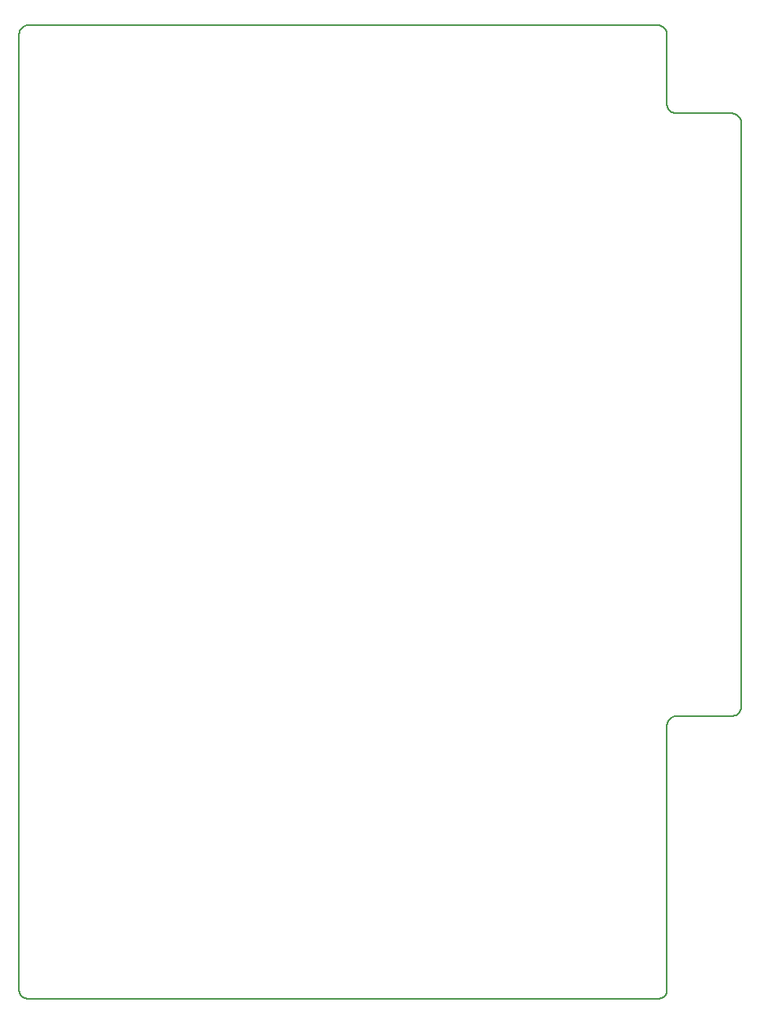
<source format=gm1>
G04 MADE WITH FRITZING*
G04 WWW.FRITZING.ORG*
G04 DOUBLE SIDED*
G04 HOLES PLATED*
G04 CONTOUR ON CENTER OF CONTOUR VECTOR*
%ASAXBY*%
%FSLAX23Y23*%
%MOIN*%
%OFA0B0*%
%SFA1.0B1.0*%
%ADD10C,0.008*%
%LNCONTOUR*%
G90*
G70*
G54D10*
X40Y4140D02*
X41Y4140D01*
X42Y4140D01*
X43Y4140D01*
X44Y4140D01*
X45Y4140D01*
X46Y4140D01*
X47Y4140D01*
X48Y4140D01*
X49Y4140D01*
X50Y4140D01*
X51Y4140D01*
X52Y4140D01*
X53Y4140D01*
X54Y4140D01*
X55Y4140D01*
X56Y4140D01*
X57Y4140D01*
X58Y4140D01*
X59Y4140D01*
X60Y4140D01*
X61Y4140D01*
X62Y4140D01*
X63Y4140D01*
X64Y4140D01*
X65Y4140D01*
X66Y4140D01*
X67Y4140D01*
X68Y4140D01*
X69Y4140D01*
X70Y4140D01*
X71Y4140D01*
X72Y4140D01*
X73Y4140D01*
X74Y4140D01*
X75Y4140D01*
X76Y4140D01*
X77Y4140D01*
X78Y4140D01*
X79Y4140D01*
X80Y4140D01*
X81Y4140D01*
X82Y4140D01*
X83Y4140D01*
X84Y4140D01*
X85Y4140D01*
X86Y4140D01*
X87Y4140D01*
X88Y4140D01*
X89Y4140D01*
X90Y4140D01*
X91Y4140D01*
X92Y4140D01*
X93Y4140D01*
X94Y4140D01*
X95Y4140D01*
X96Y4140D01*
X97Y4140D01*
X98Y4140D01*
X99Y4140D01*
X100Y4140D01*
X101Y4140D01*
X102Y4140D01*
X103Y4140D01*
X104Y4140D01*
X105Y4140D01*
X106Y4140D01*
X107Y4140D01*
X108Y4140D01*
X109Y4140D01*
X110Y4140D01*
X111Y4140D01*
X112Y4140D01*
X113Y4140D01*
X114Y4140D01*
X115Y4140D01*
X116Y4140D01*
X117Y4140D01*
X118Y4140D01*
X119Y4140D01*
X120Y4140D01*
X121Y4140D01*
X122Y4140D01*
X123Y4140D01*
X124Y4140D01*
X125Y4140D01*
X126Y4140D01*
X127Y4140D01*
X128Y4140D01*
X129Y4140D01*
X130Y4140D01*
X131Y4140D01*
X132Y4140D01*
X133Y4140D01*
X134Y4140D01*
X135Y4140D01*
X136Y4140D01*
X137Y4140D01*
X138Y4140D01*
X139Y4140D01*
X140Y4140D01*
X141Y4140D01*
X142Y4140D01*
X143Y4140D01*
X144Y4140D01*
X145Y4140D01*
X146Y4140D01*
X147Y4140D01*
X148Y4140D01*
X149Y4140D01*
X150Y4140D01*
X151Y4140D01*
X152Y4140D01*
X153Y4140D01*
X154Y4140D01*
X155Y4140D01*
X156Y4140D01*
X157Y4140D01*
X158Y4140D01*
X159Y4140D01*
X160Y4140D01*
X161Y4140D01*
X162Y4140D01*
X163Y4140D01*
X164Y4140D01*
X165Y4140D01*
X166Y4140D01*
X167Y4140D01*
X168Y4140D01*
X169Y4140D01*
X170Y4140D01*
X171Y4140D01*
X172Y4140D01*
X173Y4140D01*
X174Y4140D01*
X175Y4140D01*
X176Y4140D01*
X177Y4140D01*
X178Y4140D01*
X179Y4140D01*
X180Y4140D01*
X181Y4140D01*
X182Y4140D01*
X183Y4140D01*
X184Y4140D01*
X185Y4140D01*
X186Y4140D01*
X187Y4140D01*
X188Y4140D01*
X189Y4140D01*
X190Y4140D01*
X191Y4140D01*
X192Y4140D01*
X193Y4140D01*
X194Y4140D01*
X195Y4140D01*
X196Y4140D01*
X197Y4140D01*
X198Y4140D01*
X199Y4140D01*
X200Y4140D01*
X201Y4140D01*
X202Y4140D01*
X203Y4140D01*
X204Y4140D01*
X205Y4140D01*
X206Y4140D01*
X207Y4140D01*
X208Y4140D01*
X209Y4140D01*
X210Y4140D01*
X211Y4140D01*
X212Y4140D01*
X213Y4140D01*
X214Y4140D01*
X215Y4140D01*
X216Y4140D01*
X217Y4140D01*
X218Y4140D01*
X219Y4140D01*
X220Y4140D01*
X221Y4140D01*
X222Y4140D01*
X223Y4140D01*
X224Y4140D01*
X225Y4140D01*
X226Y4140D01*
X227Y4140D01*
X228Y4140D01*
X229Y4140D01*
X230Y4140D01*
X231Y4140D01*
X232Y4140D01*
X233Y4140D01*
X234Y4140D01*
X235Y4140D01*
X236Y4140D01*
X237Y4140D01*
X238Y4140D01*
X239Y4140D01*
X240Y4140D01*
X241Y4140D01*
X242Y4140D01*
X243Y4140D01*
X244Y4140D01*
X245Y4140D01*
X246Y4140D01*
X247Y4140D01*
X248Y4140D01*
X249Y4140D01*
X250Y4140D01*
X251Y4140D01*
X252Y4140D01*
X253Y4140D01*
X254Y4140D01*
X255Y4140D01*
X256Y4140D01*
X257Y4140D01*
X258Y4140D01*
X259Y4140D01*
X260Y4140D01*
X261Y4140D01*
X262Y4140D01*
X263Y4140D01*
X264Y4140D01*
X265Y4140D01*
X266Y4140D01*
X267Y4140D01*
X268Y4140D01*
X269Y4140D01*
X270Y4140D01*
X271Y4140D01*
X272Y4140D01*
X273Y4140D01*
X274Y4140D01*
X275Y4140D01*
X276Y4140D01*
X277Y4140D01*
X278Y4140D01*
X279Y4140D01*
X280Y4140D01*
X281Y4140D01*
X282Y4140D01*
X283Y4140D01*
X284Y4140D01*
X285Y4140D01*
X286Y4140D01*
X287Y4140D01*
X288Y4140D01*
X289Y4140D01*
X290Y4140D01*
X291Y4140D01*
X292Y4140D01*
X293Y4140D01*
X294Y4140D01*
X295Y4140D01*
X296Y4140D01*
X297Y4140D01*
X298Y4140D01*
X299Y4140D01*
X300Y4140D01*
X301Y4140D01*
X302Y4140D01*
X303Y4140D01*
X304Y4140D01*
X305Y4140D01*
X306Y4140D01*
X307Y4140D01*
X308Y4140D01*
X309Y4140D01*
X310Y4140D01*
X311Y4140D01*
X312Y4140D01*
X313Y4140D01*
X314Y4140D01*
X315Y4140D01*
X316Y4140D01*
X317Y4140D01*
X318Y4140D01*
X319Y4140D01*
X320Y4140D01*
X321Y4140D01*
X322Y4140D01*
X323Y4140D01*
X324Y4140D01*
X325Y4140D01*
X326Y4140D01*
X327Y4140D01*
X328Y4140D01*
X329Y4140D01*
X330Y4140D01*
X331Y4140D01*
X332Y4140D01*
X333Y4140D01*
X334Y4140D01*
X335Y4140D01*
X336Y4140D01*
X337Y4140D01*
X338Y4140D01*
X339Y4140D01*
X340Y4140D01*
X341Y4140D01*
X342Y4140D01*
X343Y4140D01*
X344Y4140D01*
X345Y4140D01*
X346Y4140D01*
X347Y4140D01*
X348Y4140D01*
X349Y4140D01*
X350Y4140D01*
X351Y4140D01*
X352Y4140D01*
X353Y4140D01*
X354Y4140D01*
X355Y4140D01*
X356Y4140D01*
X357Y4140D01*
X358Y4140D01*
X359Y4140D01*
X360Y4140D01*
X361Y4140D01*
X362Y4140D01*
X363Y4140D01*
X364Y4140D01*
X365Y4140D01*
X366Y4140D01*
X367Y4140D01*
X368Y4140D01*
X369Y4140D01*
X370Y4140D01*
X371Y4140D01*
X372Y4140D01*
X373Y4140D01*
X374Y4140D01*
X375Y4140D01*
X376Y4140D01*
X377Y4140D01*
X378Y4140D01*
X379Y4140D01*
X380Y4140D01*
X381Y4140D01*
X382Y4140D01*
X383Y4140D01*
X384Y4140D01*
X385Y4140D01*
X386Y4140D01*
X387Y4140D01*
X388Y4140D01*
X389Y4140D01*
X390Y4140D01*
X391Y4140D01*
X392Y4140D01*
X393Y4140D01*
X394Y4140D01*
X395Y4140D01*
X396Y4140D01*
X397Y4140D01*
X398Y4140D01*
X399Y4140D01*
X400Y4140D01*
X401Y4140D01*
X402Y4140D01*
X403Y4140D01*
X404Y4140D01*
X405Y4140D01*
X406Y4140D01*
X407Y4140D01*
X408Y4140D01*
X409Y4140D01*
X410Y4140D01*
X411Y4140D01*
X412Y4140D01*
X413Y4140D01*
X414Y4140D01*
X415Y4140D01*
X416Y4140D01*
X417Y4140D01*
X418Y4140D01*
X419Y4140D01*
X420Y4140D01*
X421Y4140D01*
X422Y4140D01*
X423Y4140D01*
X424Y4140D01*
X425Y4140D01*
X426Y4140D01*
X427Y4140D01*
X428Y4140D01*
X429Y4140D01*
X430Y4140D01*
X431Y4140D01*
X432Y4140D01*
X433Y4140D01*
X434Y4140D01*
X435Y4140D01*
X436Y4140D01*
X437Y4140D01*
X438Y4140D01*
X439Y4140D01*
X440Y4140D01*
X441Y4140D01*
X442Y4140D01*
X443Y4140D01*
X444Y4140D01*
X445Y4140D01*
X446Y4140D01*
X447Y4140D01*
X448Y4140D01*
X449Y4140D01*
X450Y4140D01*
X451Y4140D01*
X452Y4140D01*
X453Y4140D01*
X454Y4140D01*
X455Y4140D01*
X456Y4140D01*
X457Y4140D01*
X458Y4140D01*
X459Y4140D01*
X460Y4140D01*
X461Y4140D01*
X462Y4140D01*
X463Y4140D01*
X464Y4140D01*
X465Y4140D01*
X466Y4140D01*
X467Y4140D01*
X468Y4140D01*
X469Y4140D01*
X470Y4140D01*
X471Y4140D01*
X472Y4140D01*
X473Y4140D01*
X474Y4140D01*
X475Y4140D01*
X476Y4140D01*
X477Y4140D01*
X478Y4140D01*
X479Y4140D01*
X480Y4140D01*
X481Y4140D01*
X482Y4140D01*
X483Y4140D01*
X484Y4140D01*
X485Y4140D01*
X486Y4140D01*
X487Y4140D01*
X488Y4140D01*
X489Y4140D01*
X490Y4140D01*
X491Y4140D01*
X492Y4140D01*
X493Y4140D01*
X494Y4140D01*
X495Y4140D01*
X496Y4140D01*
X497Y4140D01*
X498Y4140D01*
X499Y4140D01*
X500Y4140D01*
X501Y4140D01*
X502Y4140D01*
X503Y4140D01*
X504Y4140D01*
X505Y4140D01*
X506Y4140D01*
X507Y4140D01*
X508Y4140D01*
X509Y4140D01*
X510Y4140D01*
X511Y4140D01*
X512Y4140D01*
X513Y4140D01*
X514Y4140D01*
X515Y4140D01*
X516Y4140D01*
X517Y4140D01*
X518Y4140D01*
X519Y4140D01*
X520Y4140D01*
X521Y4140D01*
X522Y4140D01*
X523Y4140D01*
X524Y4140D01*
X525Y4140D01*
X526Y4140D01*
X527Y4140D01*
X528Y4140D01*
X529Y4140D01*
X530Y4140D01*
X531Y4140D01*
X532Y4140D01*
X533Y4140D01*
X534Y4140D01*
X535Y4140D01*
X536Y4140D01*
X537Y4140D01*
X538Y4140D01*
X539Y4140D01*
X540Y4140D01*
X541Y4140D01*
X542Y4140D01*
X543Y4140D01*
X544Y4140D01*
X545Y4140D01*
X546Y4140D01*
X547Y4140D01*
X548Y4140D01*
X549Y4140D01*
X550Y4140D01*
X551Y4140D01*
X552Y4140D01*
X553Y4140D01*
X554Y4140D01*
X555Y4140D01*
X556Y4140D01*
X557Y4140D01*
X558Y4140D01*
X559Y4140D01*
X560Y4140D01*
X561Y4140D01*
X562Y4140D01*
X563Y4140D01*
X564Y4140D01*
X565Y4140D01*
X566Y4140D01*
X567Y4140D01*
X568Y4140D01*
X569Y4140D01*
X570Y4140D01*
X571Y4140D01*
X572Y4140D01*
X573Y4140D01*
X574Y4140D01*
X575Y4140D01*
X576Y4140D01*
X577Y4140D01*
X578Y4140D01*
X579Y4140D01*
X580Y4140D01*
X581Y4140D01*
X582Y4140D01*
X583Y4140D01*
X584Y4140D01*
X585Y4140D01*
X586Y4140D01*
X587Y4140D01*
X588Y4140D01*
X589Y4140D01*
X590Y4140D01*
X591Y4140D01*
X592Y4140D01*
X593Y4140D01*
X594Y4140D01*
X595Y4140D01*
X596Y4140D01*
X597Y4140D01*
X598Y4140D01*
X599Y4140D01*
X600Y4140D01*
X601Y4140D01*
X602Y4140D01*
X603Y4140D01*
X604Y4140D01*
X605Y4140D01*
X606Y4140D01*
X607Y4140D01*
X608Y4140D01*
X609Y4140D01*
X610Y4140D01*
X611Y4140D01*
X612Y4140D01*
X613Y4140D01*
X614Y4140D01*
X615Y4140D01*
X616Y4140D01*
X617Y4140D01*
X618Y4140D01*
X619Y4140D01*
X620Y4140D01*
X621Y4140D01*
X622Y4140D01*
X623Y4140D01*
X624Y4140D01*
X625Y4140D01*
X626Y4140D01*
X627Y4140D01*
X628Y4140D01*
X629Y4140D01*
X630Y4140D01*
X631Y4140D01*
X632Y4140D01*
X633Y4140D01*
X634Y4140D01*
X635Y4140D01*
X636Y4140D01*
X637Y4140D01*
X638Y4140D01*
X639Y4140D01*
X640Y4140D01*
X641Y4140D01*
X642Y4140D01*
X643Y4140D01*
X644Y4140D01*
X645Y4140D01*
X646Y4140D01*
X647Y4140D01*
X648Y4140D01*
X649Y4140D01*
X650Y4140D01*
X651Y4140D01*
X652Y4140D01*
X653Y4140D01*
X654Y4140D01*
X655Y4140D01*
X656Y4140D01*
X657Y4140D01*
X658Y4140D01*
X659Y4140D01*
X660Y4140D01*
X661Y4140D01*
X662Y4140D01*
X663Y4140D01*
X664Y4140D01*
X665Y4140D01*
X666Y4140D01*
X667Y4140D01*
X668Y4140D01*
X669Y4140D01*
X670Y4140D01*
X671Y4140D01*
X672Y4140D01*
X673Y4140D01*
X674Y4140D01*
X675Y4140D01*
X676Y4140D01*
X677Y4140D01*
X678Y4140D01*
X679Y4140D01*
X680Y4140D01*
X681Y4140D01*
X682Y4140D01*
X683Y4140D01*
X684Y4140D01*
X685Y4140D01*
X686Y4140D01*
X687Y4140D01*
X688Y4140D01*
X689Y4140D01*
X690Y4140D01*
X691Y4140D01*
X692Y4140D01*
X693Y4140D01*
X694Y4140D01*
X695Y4140D01*
X696Y4140D01*
X697Y4140D01*
X698Y4140D01*
X699Y4140D01*
X700Y4140D01*
X701Y4140D01*
X702Y4140D01*
X703Y4140D01*
X704Y4140D01*
X705Y4140D01*
X706Y4140D01*
X707Y4140D01*
X708Y4140D01*
X709Y4140D01*
X710Y4140D01*
X711Y4140D01*
X712Y4140D01*
X713Y4140D01*
X714Y4140D01*
X715Y4140D01*
X716Y4140D01*
X717Y4140D01*
X718Y4140D01*
X719Y4140D01*
X720Y4140D01*
X721Y4140D01*
X722Y4140D01*
X723Y4140D01*
X724Y4140D01*
X725Y4140D01*
X726Y4140D01*
X727Y4140D01*
X728Y4140D01*
X729Y4140D01*
X730Y4140D01*
X731Y4140D01*
X732Y4140D01*
X733Y4140D01*
X734Y4140D01*
X735Y4140D01*
X736Y4140D01*
X737Y4140D01*
X738Y4140D01*
X739Y4140D01*
X740Y4140D01*
X741Y4140D01*
X742Y4140D01*
X743Y4140D01*
X744Y4140D01*
X745Y4140D01*
X746Y4140D01*
X747Y4140D01*
X748Y4140D01*
X749Y4140D01*
X750Y4140D01*
X751Y4140D01*
X752Y4140D01*
X753Y4140D01*
X754Y4140D01*
X755Y4140D01*
X756Y4140D01*
X757Y4140D01*
X758Y4140D01*
X759Y4140D01*
X760Y4140D01*
X761Y4140D01*
X762Y4140D01*
X763Y4140D01*
X764Y4140D01*
X765Y4140D01*
X766Y4140D01*
X767Y4140D01*
X768Y4140D01*
X769Y4140D01*
X770Y4140D01*
X771Y4140D01*
X772Y4140D01*
X773Y4140D01*
X774Y4140D01*
X775Y4140D01*
X776Y4140D01*
X777Y4140D01*
X778Y4140D01*
X779Y4140D01*
X780Y4140D01*
X781Y4140D01*
X782Y4140D01*
X783Y4140D01*
X784Y4140D01*
X785Y4140D01*
X786Y4140D01*
X787Y4140D01*
X788Y4140D01*
X789Y4140D01*
X790Y4140D01*
X791Y4140D01*
X792Y4140D01*
X793Y4140D01*
X794Y4140D01*
X795Y4140D01*
X796Y4140D01*
X797Y4140D01*
X798Y4140D01*
X799Y4140D01*
X800Y4140D01*
X801Y4140D01*
X802Y4140D01*
X803Y4140D01*
X804Y4140D01*
X805Y4140D01*
X806Y4140D01*
X807Y4140D01*
X808Y4140D01*
X809Y4140D01*
X810Y4140D01*
X811Y4140D01*
X812Y4140D01*
X813Y4140D01*
X814Y4140D01*
X815Y4140D01*
X816Y4140D01*
X817Y4140D01*
X818Y4140D01*
X819Y4140D01*
X820Y4140D01*
X821Y4140D01*
X822Y4140D01*
X823Y4140D01*
X824Y4140D01*
X825Y4140D01*
X826Y4140D01*
X827Y4140D01*
X828Y4140D01*
X829Y4140D01*
X830Y4140D01*
X831Y4140D01*
X832Y4140D01*
X833Y4140D01*
X834Y4140D01*
X835Y4140D01*
X836Y4140D01*
X837Y4140D01*
X838Y4140D01*
X839Y4140D01*
X840Y4140D01*
X841Y4140D01*
X842Y4140D01*
X843Y4140D01*
X844Y4140D01*
X845Y4140D01*
X846Y4140D01*
X847Y4140D01*
X848Y4140D01*
X849Y4140D01*
X850Y4140D01*
X851Y4140D01*
X852Y4140D01*
X853Y4140D01*
X854Y4140D01*
X855Y4140D01*
X856Y4140D01*
X857Y4140D01*
X858Y4140D01*
X859Y4140D01*
X860Y4140D01*
X861Y4140D01*
X862Y4140D01*
X863Y4140D01*
X864Y4140D01*
X865Y4140D01*
X866Y4140D01*
X867Y4140D01*
X868Y4140D01*
X869Y4140D01*
X870Y4140D01*
X871Y4140D01*
X872Y4140D01*
X873Y4140D01*
X874Y4140D01*
X875Y4140D01*
X876Y4140D01*
X877Y4140D01*
X878Y4140D01*
X879Y4140D01*
X880Y4140D01*
X881Y4140D01*
X882Y4140D01*
X883Y4140D01*
X884Y4140D01*
X885Y4140D01*
X886Y4140D01*
X887Y4140D01*
X888Y4140D01*
X889Y4140D01*
X890Y4140D01*
X891Y4140D01*
X892Y4140D01*
X893Y4140D01*
X894Y4140D01*
X895Y4140D01*
X896Y4140D01*
X897Y4140D01*
X898Y4140D01*
X899Y4140D01*
X900Y4140D01*
X901Y4140D01*
X902Y4140D01*
X903Y4140D01*
X904Y4140D01*
X905Y4140D01*
X906Y4140D01*
X907Y4140D01*
X908Y4140D01*
X909Y4140D01*
X910Y4140D01*
X911Y4140D01*
X912Y4140D01*
X913Y4140D01*
X914Y4140D01*
X915Y4140D01*
X916Y4140D01*
X917Y4140D01*
X918Y4140D01*
X919Y4140D01*
X920Y4140D01*
X921Y4140D01*
X922Y4140D01*
X923Y4140D01*
X924Y4140D01*
X925Y4140D01*
X926Y4140D01*
X927Y4140D01*
X928Y4140D01*
X929Y4140D01*
X930Y4140D01*
X931Y4140D01*
X932Y4140D01*
X933Y4140D01*
X934Y4140D01*
X935Y4140D01*
X936Y4140D01*
X937Y4140D01*
X938Y4140D01*
X939Y4140D01*
X940Y4140D01*
X941Y4140D01*
X942Y4140D01*
X943Y4140D01*
X944Y4140D01*
X945Y4140D01*
X946Y4140D01*
X947Y4140D01*
X948Y4140D01*
X949Y4140D01*
X950Y4140D01*
X951Y4140D01*
X952Y4140D01*
X953Y4140D01*
X954Y4140D01*
X955Y4140D01*
X956Y4140D01*
X957Y4140D01*
X958Y4140D01*
X959Y4140D01*
X960Y4140D01*
X961Y4140D01*
X962Y4140D01*
X963Y4140D01*
X964Y4140D01*
X965Y4140D01*
X966Y4140D01*
X967Y4140D01*
X968Y4140D01*
X969Y4140D01*
X970Y4140D01*
X971Y4140D01*
X972Y4140D01*
X973Y4140D01*
X974Y4140D01*
X975Y4140D01*
X976Y4140D01*
X977Y4140D01*
X978Y4140D01*
X979Y4140D01*
X980Y4140D01*
X981Y4140D01*
X982Y4140D01*
X983Y4140D01*
X984Y4140D01*
X985Y4140D01*
X986Y4140D01*
X987Y4140D01*
X988Y4140D01*
X989Y4140D01*
X990Y4140D01*
X991Y4140D01*
X992Y4140D01*
X993Y4140D01*
X994Y4140D01*
X995Y4140D01*
X996Y4140D01*
X997Y4140D01*
X998Y4140D01*
X999Y4140D01*
X1000Y4140D01*
X1001Y4140D01*
X1002Y4140D01*
X1003Y4140D01*
X1004Y4140D01*
X1005Y4140D01*
X1006Y4140D01*
X1007Y4140D01*
X1008Y4140D01*
X1009Y4140D01*
X1010Y4140D01*
X1011Y4140D01*
X1012Y4140D01*
X1013Y4140D01*
X1014Y4140D01*
X1015Y4140D01*
X1016Y4140D01*
X1017Y4140D01*
X1018Y4140D01*
X1019Y4140D01*
X1020Y4140D01*
X1021Y4140D01*
X1022Y4140D01*
X1023Y4140D01*
X1024Y4140D01*
X1025Y4140D01*
X1026Y4140D01*
X1027Y4140D01*
X1028Y4140D01*
X1029Y4140D01*
X1030Y4140D01*
X1031Y4140D01*
X1032Y4140D01*
X1033Y4140D01*
X1034Y4140D01*
X1035Y4140D01*
X1036Y4140D01*
X1037Y4140D01*
X1038Y4140D01*
X1039Y4140D01*
X1040Y4140D01*
X1041Y4140D01*
X1042Y4140D01*
X1043Y4140D01*
X1044Y4140D01*
X1045Y4140D01*
X1046Y4140D01*
X1047Y4140D01*
X1048Y4140D01*
X1049Y4140D01*
X1050Y4140D01*
X1051Y4140D01*
X1052Y4140D01*
X1053Y4140D01*
X1054Y4140D01*
X1055Y4140D01*
X1056Y4140D01*
X1057Y4140D01*
X1058Y4140D01*
X1059Y4140D01*
X1060Y4140D01*
X1061Y4140D01*
X1062Y4140D01*
X1063Y4140D01*
X1064Y4140D01*
X1065Y4140D01*
X1066Y4140D01*
X1067Y4140D01*
X1068Y4140D01*
X1069Y4140D01*
X1070Y4140D01*
X1071Y4140D01*
X1072Y4140D01*
X1073Y4140D01*
X1074Y4140D01*
X1075Y4140D01*
X1076Y4140D01*
X1077Y4140D01*
X1078Y4140D01*
X1079Y4140D01*
X1080Y4140D01*
X1081Y4140D01*
X1082Y4140D01*
X1083Y4140D01*
X1084Y4140D01*
X1085Y4140D01*
X1086Y4140D01*
X1087Y4140D01*
X1088Y4140D01*
X1089Y4140D01*
X1090Y4140D01*
X1091Y4140D01*
X1092Y4140D01*
X1093Y4140D01*
X1094Y4140D01*
X1095Y4140D01*
X1096Y4140D01*
X1097Y4140D01*
X1098Y4140D01*
X1099Y4140D01*
X1100Y4140D01*
X1101Y4140D01*
X1102Y4140D01*
X1103Y4140D01*
X1104Y4140D01*
X1105Y4140D01*
X1106Y4140D01*
X1107Y4140D01*
X1108Y4140D01*
X1109Y4140D01*
X1110Y4140D01*
X1111Y4140D01*
X1112Y4140D01*
X1113Y4140D01*
X1114Y4140D01*
X1115Y4140D01*
X1116Y4140D01*
X1117Y4140D01*
X1118Y4140D01*
X1119Y4140D01*
X1120Y4140D01*
X1121Y4140D01*
X1122Y4140D01*
X1123Y4140D01*
X1124Y4140D01*
X1125Y4140D01*
X1126Y4140D01*
X1127Y4140D01*
X1128Y4140D01*
X1129Y4140D01*
X1130Y4140D01*
X1131Y4140D01*
X1132Y4140D01*
X1133Y4140D01*
X1134Y4140D01*
X1135Y4140D01*
X1136Y4140D01*
X1137Y4140D01*
X1138Y4140D01*
X1139Y4140D01*
X1140Y4140D01*
X1141Y4140D01*
X1142Y4140D01*
X1143Y4140D01*
X1144Y4140D01*
X1145Y4140D01*
X1146Y4140D01*
X1147Y4140D01*
X1148Y4140D01*
X1149Y4140D01*
X1150Y4140D01*
X1151Y4140D01*
X1152Y4140D01*
X1153Y4140D01*
X1154Y4140D01*
X1155Y4140D01*
X1156Y4140D01*
X1157Y4140D01*
X1158Y4140D01*
X1159Y4140D01*
X1160Y4140D01*
X1161Y4140D01*
X1162Y4140D01*
X1163Y4140D01*
X1164Y4140D01*
X1165Y4140D01*
X1166Y4140D01*
X1167Y4140D01*
X1168Y4140D01*
X1169Y4140D01*
X1170Y4140D01*
X1171Y4140D01*
X1172Y4140D01*
X1173Y4140D01*
X1174Y4140D01*
X1175Y4140D01*
X1176Y4140D01*
X1177Y4140D01*
X1178Y4140D01*
X1179Y4140D01*
X1180Y4140D01*
X1181Y4140D01*
X1182Y4140D01*
X1183Y4140D01*
X1184Y4140D01*
X1185Y4140D01*
X1186Y4140D01*
X1187Y4140D01*
X1188Y4140D01*
X1189Y4140D01*
X1190Y4140D01*
X1191Y4140D01*
X1192Y4140D01*
X1193Y4140D01*
X1194Y4140D01*
X1195Y4140D01*
X1196Y4140D01*
X1197Y4140D01*
X1198Y4140D01*
X1199Y4140D01*
X1200Y4140D01*
X1201Y4140D01*
X1202Y4140D01*
X1203Y4140D01*
X1204Y4140D01*
X1205Y4140D01*
X1206Y4140D01*
X1207Y4140D01*
X1208Y4140D01*
X1209Y4140D01*
X1210Y4140D01*
X1211Y4140D01*
X1212Y4140D01*
X1213Y4140D01*
X1214Y4140D01*
X1215Y4140D01*
X1216Y4140D01*
X1217Y4140D01*
X1218Y4140D01*
X1219Y4140D01*
X1220Y4140D01*
X1221Y4140D01*
X1222Y4140D01*
X1223Y4140D01*
X1224Y4140D01*
X1225Y4140D01*
X1226Y4140D01*
X1227Y4140D01*
X1228Y4140D01*
X1229Y4140D01*
X1230Y4140D01*
X1231Y4140D01*
X1232Y4140D01*
X1233Y4140D01*
X1234Y4140D01*
X1235Y4140D01*
X1236Y4140D01*
X1237Y4140D01*
X1238Y4140D01*
X1239Y4140D01*
X1240Y4140D01*
X1241Y4140D01*
X1242Y4140D01*
X1243Y4140D01*
X1244Y4140D01*
X1245Y4140D01*
X1246Y4140D01*
X1247Y4140D01*
X1248Y4140D01*
X1249Y4140D01*
X1250Y4140D01*
X1251Y4140D01*
X1252Y4140D01*
X1253Y4140D01*
X1254Y4140D01*
X1255Y4140D01*
X1256Y4140D01*
X1257Y4140D01*
X1258Y4140D01*
X1259Y4140D01*
X1260Y4140D01*
X1261Y4140D01*
X1262Y4140D01*
X1263Y4140D01*
X1264Y4140D01*
X1265Y4140D01*
X1266Y4140D01*
X1267Y4140D01*
X1268Y4140D01*
X1269Y4140D01*
X1270Y4140D01*
X1271Y4140D01*
X1272Y4140D01*
X1273Y4140D01*
X1274Y4140D01*
X1275Y4140D01*
X1276Y4140D01*
X1277Y4140D01*
X1278Y4140D01*
X1279Y4140D01*
X1280Y4140D01*
X1281Y4140D01*
X1282Y4140D01*
X1283Y4140D01*
X1284Y4140D01*
X1285Y4140D01*
X1286Y4140D01*
X1287Y4140D01*
X1288Y4140D01*
X1289Y4140D01*
X1290Y4140D01*
X1291Y4140D01*
X1292Y4140D01*
X1293Y4140D01*
X1294Y4140D01*
X1295Y4140D01*
X1296Y4140D01*
X1297Y4140D01*
X1298Y4140D01*
X1299Y4140D01*
X1300Y4140D01*
X1301Y4140D01*
X1302Y4140D01*
X1303Y4140D01*
X1304Y4140D01*
X1305Y4140D01*
X1306Y4140D01*
X1307Y4140D01*
X1308Y4140D01*
X1309Y4140D01*
X1310Y4140D01*
X1311Y4140D01*
X1312Y4140D01*
X1313Y4140D01*
X1314Y4140D01*
X1315Y4140D01*
X1316Y4140D01*
X1317Y4140D01*
X1318Y4140D01*
X1319Y4140D01*
X1320Y4140D01*
X1321Y4140D01*
X1322Y4140D01*
X1323Y4140D01*
X1324Y4140D01*
X1325Y4140D01*
X1326Y4140D01*
X1327Y4140D01*
X1328Y4140D01*
X1329Y4140D01*
X1330Y4140D01*
X1331Y4140D01*
X1332Y4140D01*
X1333Y4140D01*
X1334Y4140D01*
X1335Y4140D01*
X1336Y4140D01*
X1337Y4140D01*
X1338Y4140D01*
X1339Y4140D01*
X1340Y4140D01*
X1341Y4140D01*
X1342Y4140D01*
X1343Y4140D01*
X1344Y4140D01*
X1345Y4140D01*
X1346Y4140D01*
X1347Y4140D01*
X1348Y4140D01*
X1349Y4140D01*
X1350Y4140D01*
X1351Y4140D01*
X1352Y4140D01*
X1353Y4140D01*
X1354Y4140D01*
X1355Y4140D01*
X1356Y4140D01*
X1357Y4140D01*
X1358Y4140D01*
X1359Y4140D01*
X1360Y4140D01*
X1361Y4140D01*
X1362Y4140D01*
X1363Y4140D01*
X1364Y4140D01*
X1365Y4140D01*
X1366Y4140D01*
X1367Y4140D01*
X1368Y4140D01*
X1369Y4140D01*
X1370Y4140D01*
X1371Y4140D01*
X1372Y4140D01*
X1373Y4140D01*
X1374Y4140D01*
X1375Y4140D01*
X1376Y4140D01*
X1377Y4140D01*
X1378Y4140D01*
X1379Y4140D01*
X1380Y4140D01*
X1381Y4140D01*
X1382Y4140D01*
X1383Y4140D01*
X1384Y4140D01*
X1385Y4140D01*
X1386Y4140D01*
X1387Y4140D01*
X1388Y4140D01*
X1389Y4140D01*
X1390Y4140D01*
X1391Y4140D01*
X1392Y4140D01*
X1393Y4140D01*
X1394Y4140D01*
X1395Y4140D01*
X1396Y4140D01*
X1397Y4140D01*
X1398Y4140D01*
X1399Y4140D01*
X1400Y4140D01*
X1401Y4140D01*
X1402Y4140D01*
X1403Y4140D01*
X1404Y4140D01*
X1405Y4140D01*
X1406Y4140D01*
X1407Y4140D01*
X1408Y4140D01*
X1409Y4140D01*
X1410Y4140D01*
X1411Y4140D01*
X1412Y4140D01*
X1413Y4140D01*
X1414Y4140D01*
X1415Y4140D01*
X1416Y4140D01*
X1417Y4140D01*
X1418Y4140D01*
X1419Y4140D01*
X1420Y4140D01*
X1421Y4140D01*
X1422Y4140D01*
X1423Y4140D01*
X1424Y4140D01*
X1425Y4140D01*
X1426Y4140D01*
X1427Y4140D01*
X1428Y4140D01*
X1429Y4140D01*
X1430Y4140D01*
X1431Y4140D01*
X1432Y4140D01*
X1433Y4140D01*
X1434Y4140D01*
X1435Y4140D01*
X1436Y4140D01*
X1437Y4140D01*
X1438Y4140D01*
X1439Y4140D01*
X1440Y4140D01*
X1441Y4140D01*
X1442Y4140D01*
X1443Y4140D01*
X1444Y4140D01*
X1445Y4140D01*
X1446Y4140D01*
X1447Y4140D01*
X1448Y4140D01*
X1449Y4140D01*
X1450Y4140D01*
X1451Y4140D01*
X1452Y4140D01*
X1453Y4140D01*
X1454Y4140D01*
X1455Y4140D01*
X1456Y4140D01*
X1457Y4140D01*
X1458Y4140D01*
X1459Y4140D01*
X1460Y4140D01*
X1461Y4140D01*
X1462Y4140D01*
X1463Y4140D01*
X1464Y4140D01*
X1465Y4140D01*
X1466Y4140D01*
X1467Y4140D01*
X1468Y4140D01*
X1469Y4140D01*
X1470Y4140D01*
X1471Y4140D01*
X1472Y4140D01*
X1473Y4140D01*
X1474Y4140D01*
X1475Y4140D01*
X1476Y4140D01*
X1477Y4140D01*
X1478Y4140D01*
X1479Y4140D01*
X1480Y4140D01*
X1481Y4140D01*
X1482Y4140D01*
X1483Y4140D01*
X1484Y4140D01*
X1485Y4140D01*
X1486Y4140D01*
X1487Y4140D01*
X1488Y4140D01*
X1489Y4140D01*
X1490Y4140D01*
X1491Y4140D01*
X1492Y4140D01*
X1493Y4140D01*
X1494Y4140D01*
X1495Y4140D01*
X1496Y4140D01*
X1497Y4140D01*
X1498Y4140D01*
X1499Y4140D01*
X1500Y4140D01*
X1501Y4140D01*
X1502Y4140D01*
X1503Y4140D01*
X1504Y4140D01*
X1505Y4140D01*
X1506Y4140D01*
X1507Y4140D01*
X1508Y4140D01*
X1509Y4140D01*
X1510Y4140D01*
X1511Y4140D01*
X1512Y4140D01*
X1513Y4140D01*
X1514Y4140D01*
X1515Y4140D01*
X1516Y4140D01*
X1517Y4140D01*
X1518Y4140D01*
X1519Y4140D01*
X1520Y4140D01*
X1521Y4140D01*
X1522Y4140D01*
X1523Y4140D01*
X1524Y4140D01*
X1525Y4140D01*
X1526Y4140D01*
X1527Y4140D01*
X1528Y4140D01*
X1529Y4140D01*
X1530Y4140D01*
X1531Y4140D01*
X1532Y4140D01*
X1533Y4140D01*
X1534Y4140D01*
X1535Y4140D01*
X1536Y4140D01*
X1537Y4140D01*
X1538Y4140D01*
X1539Y4140D01*
X1540Y4140D01*
X1541Y4140D01*
X1542Y4140D01*
X1543Y4140D01*
X1544Y4140D01*
X1545Y4140D01*
X1546Y4140D01*
X1547Y4140D01*
X1548Y4140D01*
X1549Y4140D01*
X1550Y4140D01*
X1551Y4140D01*
X1552Y4140D01*
X1553Y4140D01*
X1554Y4140D01*
X1555Y4140D01*
X1556Y4140D01*
X1557Y4140D01*
X1558Y4140D01*
X1559Y4140D01*
X1560Y4140D01*
X1561Y4140D01*
X1562Y4140D01*
X1563Y4140D01*
X1564Y4140D01*
X1565Y4140D01*
X1566Y4140D01*
X1567Y4140D01*
X1568Y4140D01*
X1569Y4140D01*
X1570Y4140D01*
X1571Y4140D01*
X1572Y4140D01*
X1573Y4140D01*
X1574Y4140D01*
X1575Y4140D01*
X1576Y4140D01*
X1577Y4140D01*
X1578Y4140D01*
X1579Y4140D01*
X1580Y4140D01*
X1581Y4140D01*
X1582Y4140D01*
X1583Y4140D01*
X1584Y4140D01*
X1585Y4140D01*
X1586Y4140D01*
X1587Y4140D01*
X1588Y4140D01*
X1589Y4140D01*
X1590Y4140D01*
X1591Y4140D01*
X1592Y4140D01*
X1593Y4140D01*
X1594Y4140D01*
X1595Y4140D01*
X1596Y4140D01*
X1597Y4140D01*
X1598Y4140D01*
X1599Y4140D01*
X1600Y4140D01*
X1601Y4140D01*
X1602Y4140D01*
X1603Y4140D01*
X1604Y4140D01*
X1605Y4140D01*
X1606Y4140D01*
X1607Y4140D01*
X1608Y4140D01*
X1609Y4140D01*
X1610Y4140D01*
X1611Y4140D01*
X1612Y4140D01*
X1613Y4140D01*
X1614Y4140D01*
X1615Y4140D01*
X1616Y4140D01*
X1617Y4140D01*
X1618Y4140D01*
X1619Y4140D01*
X1620Y4140D01*
X1621Y4140D01*
X1622Y4140D01*
X1623Y4140D01*
X1624Y4140D01*
X1625Y4140D01*
X1626Y4140D01*
X1627Y4140D01*
X1628Y4140D01*
X1629Y4140D01*
X1630Y4140D01*
X1631Y4140D01*
X1632Y4140D01*
X1633Y4140D01*
X1634Y4140D01*
X1635Y4140D01*
X1636Y4140D01*
X1637Y4140D01*
X1638Y4140D01*
X1639Y4140D01*
X1640Y4140D01*
X1641Y4140D01*
X1642Y4140D01*
X1643Y4140D01*
X1644Y4140D01*
X1645Y4140D01*
X1646Y4140D01*
X1647Y4140D01*
X1648Y4140D01*
X1649Y4140D01*
X1650Y4140D01*
X1651Y4140D01*
X1652Y4140D01*
X1653Y4140D01*
X1654Y4140D01*
X1655Y4140D01*
X1656Y4140D01*
X1657Y4140D01*
X1658Y4140D01*
X1659Y4140D01*
X1660Y4140D01*
X1661Y4140D01*
X1662Y4140D01*
X1663Y4140D01*
X1664Y4140D01*
X1665Y4140D01*
X1666Y4140D01*
X1667Y4140D01*
X1668Y4140D01*
X1669Y4140D01*
X1670Y4140D01*
X1671Y4140D01*
X1672Y4140D01*
X1673Y4140D01*
X1674Y4140D01*
X1675Y4140D01*
X1676Y4140D01*
X1677Y4140D01*
X1678Y4140D01*
X1679Y4140D01*
X1680Y4140D01*
X1681Y4140D01*
X1682Y4140D01*
X1683Y4140D01*
X1684Y4140D01*
X1685Y4140D01*
X1686Y4140D01*
X1687Y4140D01*
X1688Y4140D01*
X1689Y4140D01*
X1690Y4140D01*
X1691Y4140D01*
X1692Y4140D01*
X1693Y4140D01*
X1694Y4140D01*
X1695Y4140D01*
X1696Y4140D01*
X1697Y4140D01*
X1698Y4140D01*
X1699Y4140D01*
X1700Y4140D01*
X1701Y4140D01*
X1702Y4140D01*
X1703Y4140D01*
X1704Y4140D01*
X1705Y4140D01*
X1706Y4140D01*
X1707Y4140D01*
X1708Y4140D01*
X1709Y4140D01*
X1710Y4140D01*
X1711Y4140D01*
X1712Y4140D01*
X1713Y4140D01*
X1714Y4140D01*
X1715Y4140D01*
X1716Y4140D01*
X1717Y4140D01*
X1718Y4140D01*
X1719Y4140D01*
X1720Y4140D01*
X1721Y4140D01*
X1722Y4140D01*
X1723Y4140D01*
X1724Y4140D01*
X1725Y4140D01*
X1726Y4140D01*
X1727Y4140D01*
X1728Y4140D01*
X1729Y4140D01*
X1730Y4140D01*
X1731Y4140D01*
X1732Y4140D01*
X1733Y4140D01*
X1734Y4140D01*
X1735Y4140D01*
X1736Y4140D01*
X1737Y4140D01*
X1738Y4140D01*
X1739Y4140D01*
X1740Y4140D01*
X1741Y4140D01*
X1742Y4140D01*
X1743Y4140D01*
X1744Y4140D01*
X1745Y4140D01*
X1746Y4140D01*
X1747Y4140D01*
X1748Y4140D01*
X1749Y4140D01*
X1750Y4140D01*
X1751Y4140D01*
X1752Y4140D01*
X1753Y4140D01*
X1754Y4140D01*
X1755Y4140D01*
X1756Y4140D01*
X1757Y4140D01*
X1758Y4140D01*
X1759Y4140D01*
X1760Y4140D01*
X1761Y4140D01*
X1762Y4140D01*
X1763Y4140D01*
X1764Y4140D01*
X1765Y4140D01*
X1766Y4140D01*
X1767Y4140D01*
X1768Y4140D01*
X1769Y4140D01*
X1770Y4140D01*
X1771Y4140D01*
X1772Y4140D01*
X1773Y4140D01*
X1774Y4140D01*
X1775Y4140D01*
X1776Y4140D01*
X1777Y4140D01*
X1778Y4140D01*
X1779Y4140D01*
X1780Y4140D01*
X1781Y4140D01*
X1782Y4140D01*
X1783Y4140D01*
X1784Y4140D01*
X1785Y4140D01*
X1786Y4140D01*
X1787Y4140D01*
X1788Y4140D01*
X1789Y4140D01*
X1790Y4140D01*
X1791Y4140D01*
X1792Y4140D01*
X1793Y4140D01*
X1794Y4140D01*
X1795Y4140D01*
X1796Y4140D01*
X1797Y4140D01*
X1798Y4140D01*
X1799Y4140D01*
X1800Y4140D01*
X1801Y4140D01*
X1802Y4140D01*
X1803Y4140D01*
X1804Y4140D01*
X1805Y4140D01*
X1806Y4140D01*
X1807Y4140D01*
X1808Y4140D01*
X1809Y4140D01*
X1810Y4140D01*
X1811Y4140D01*
X1812Y4140D01*
X1813Y4140D01*
X1814Y4140D01*
X1815Y4140D01*
X1816Y4140D01*
X1817Y4140D01*
X1818Y4140D01*
X1819Y4140D01*
X1820Y4140D01*
X1821Y4140D01*
X1822Y4140D01*
X1823Y4140D01*
X1824Y4140D01*
X1825Y4140D01*
X1826Y4140D01*
X1827Y4140D01*
X1828Y4140D01*
X1829Y4140D01*
X1830Y4140D01*
X1831Y4140D01*
X1832Y4140D01*
X1833Y4140D01*
X1834Y4140D01*
X1835Y4140D01*
X1836Y4140D01*
X1837Y4140D01*
X1838Y4140D01*
X1839Y4140D01*
X1840Y4140D01*
X1841Y4140D01*
X1842Y4140D01*
X1843Y4140D01*
X1844Y4140D01*
X1845Y4140D01*
X1846Y4140D01*
X1847Y4140D01*
X1848Y4140D01*
X1849Y4140D01*
X1850Y4140D01*
X1851Y4140D01*
X1852Y4140D01*
X1853Y4140D01*
X1854Y4140D01*
X1855Y4140D01*
X1856Y4140D01*
X1857Y4140D01*
X1858Y4140D01*
X1859Y4140D01*
X1860Y4140D01*
X1861Y4140D01*
X1862Y4140D01*
X1863Y4140D01*
X1864Y4140D01*
X1865Y4140D01*
X1866Y4140D01*
X1867Y4140D01*
X1868Y4140D01*
X1869Y4140D01*
X1870Y4140D01*
X1871Y4140D01*
X1872Y4140D01*
X1873Y4140D01*
X1874Y4140D01*
X1875Y4140D01*
X1876Y4140D01*
X1877Y4140D01*
X1878Y4140D01*
X1879Y4140D01*
X1880Y4140D01*
X1881Y4140D01*
X1882Y4140D01*
X1883Y4140D01*
X1884Y4140D01*
X1885Y4140D01*
X1886Y4140D01*
X1887Y4140D01*
X1888Y4140D01*
X1889Y4140D01*
X1890Y4140D01*
X1891Y4140D01*
X1892Y4140D01*
X1893Y4140D01*
X1894Y4140D01*
X1895Y4140D01*
X1896Y4140D01*
X1897Y4140D01*
X1898Y4140D01*
X1899Y4140D01*
X1900Y4140D01*
X1901Y4140D01*
X1902Y4140D01*
X1903Y4140D01*
X1904Y4140D01*
X1905Y4140D01*
X1906Y4140D01*
X1907Y4140D01*
X1908Y4140D01*
X1909Y4140D01*
X1910Y4140D01*
X1911Y4140D01*
X1912Y4140D01*
X1913Y4140D01*
X1914Y4140D01*
X1915Y4140D01*
X1916Y4140D01*
X1917Y4140D01*
X1918Y4140D01*
X1919Y4140D01*
X1920Y4140D01*
X1921Y4140D01*
X1922Y4140D01*
X1923Y4140D01*
X1924Y4140D01*
X1925Y4140D01*
X1926Y4140D01*
X1927Y4140D01*
X1928Y4140D01*
X1929Y4140D01*
X1930Y4140D01*
X1931Y4140D01*
X1932Y4140D01*
X1933Y4140D01*
X1934Y4140D01*
X1935Y4140D01*
X1936Y4140D01*
X1937Y4140D01*
X1938Y4140D01*
X1939Y4140D01*
X1940Y4140D01*
X1941Y4140D01*
X1942Y4140D01*
X1943Y4140D01*
X1944Y4140D01*
X1945Y4140D01*
X1946Y4140D01*
X1947Y4140D01*
X1948Y4140D01*
X1949Y4140D01*
X1950Y4140D01*
X1951Y4140D01*
X1952Y4140D01*
X1953Y4140D01*
X1954Y4140D01*
X1955Y4140D01*
X1956Y4140D01*
X1957Y4140D01*
X1958Y4140D01*
X1959Y4140D01*
X1960Y4140D01*
X1961Y4140D01*
X1962Y4140D01*
X1963Y4140D01*
X1964Y4140D01*
X1965Y4140D01*
X1966Y4140D01*
X1967Y4140D01*
X1968Y4140D01*
X1969Y4140D01*
X1970Y4140D01*
X1971Y4140D01*
X1972Y4140D01*
X1973Y4140D01*
X1974Y4140D01*
X1975Y4140D01*
X1976Y4140D01*
X1977Y4140D01*
X1978Y4140D01*
X1979Y4140D01*
X1980Y4140D01*
X1981Y4140D01*
X1982Y4140D01*
X1983Y4140D01*
X1984Y4140D01*
X1985Y4140D01*
X1986Y4140D01*
X1987Y4140D01*
X1988Y4140D01*
X1989Y4140D01*
X1990Y4140D01*
X1991Y4140D01*
X1992Y4140D01*
X1993Y4140D01*
X1994Y4140D01*
X1995Y4140D01*
X1996Y4140D01*
X1997Y4140D01*
X1998Y4140D01*
X1999Y4140D01*
X2000Y4140D01*
X2001Y4140D01*
X2002Y4140D01*
X2003Y4140D01*
X2004Y4140D01*
X2005Y4140D01*
X2006Y4140D01*
X2007Y4140D01*
X2008Y4140D01*
X2009Y4140D01*
X2010Y4140D01*
X2011Y4140D01*
X2012Y4140D01*
X2013Y4140D01*
X2014Y4140D01*
X2015Y4140D01*
X2016Y4140D01*
X2017Y4140D01*
X2018Y4140D01*
X2019Y4140D01*
X2020Y4140D01*
X2021Y4140D01*
X2022Y4140D01*
X2023Y4140D01*
X2024Y4140D01*
X2025Y4140D01*
X2026Y4140D01*
X2027Y4140D01*
X2028Y4140D01*
X2029Y4140D01*
X2030Y4140D01*
X2031Y4140D01*
X2032Y4140D01*
X2033Y4140D01*
X2034Y4140D01*
X2035Y4140D01*
X2036Y4140D01*
X2037Y4140D01*
X2038Y4140D01*
X2039Y4140D01*
X2040Y4140D01*
X2041Y4140D01*
X2042Y4140D01*
X2043Y4140D01*
X2044Y4140D01*
X2045Y4140D01*
X2046Y4140D01*
X2047Y4140D01*
X2048Y4140D01*
X2049Y4140D01*
X2050Y4140D01*
X2051Y4140D01*
X2052Y4140D01*
X2053Y4140D01*
X2054Y4140D01*
X2055Y4140D01*
X2056Y4140D01*
X2057Y4140D01*
X2058Y4140D01*
X2059Y4140D01*
X2060Y4140D01*
X2061Y4140D01*
X2062Y4140D01*
X2063Y4140D01*
X2064Y4140D01*
X2065Y4140D01*
X2066Y4140D01*
X2067Y4140D01*
X2068Y4140D01*
X2069Y4140D01*
X2070Y4140D01*
X2071Y4140D01*
X2072Y4140D01*
X2073Y4140D01*
X2074Y4140D01*
X2075Y4140D01*
X2076Y4140D01*
X2077Y4140D01*
X2078Y4140D01*
X2079Y4140D01*
X2080Y4140D01*
X2081Y4140D01*
X2082Y4140D01*
X2083Y4140D01*
X2084Y4140D01*
X2085Y4140D01*
X2086Y4140D01*
X2087Y4140D01*
X2088Y4140D01*
X2089Y4140D01*
X2090Y4140D01*
X2091Y4140D01*
X2092Y4140D01*
X2093Y4140D01*
X2094Y4140D01*
X2095Y4140D01*
X2096Y4140D01*
X2097Y4140D01*
X2098Y4140D01*
X2099Y4140D01*
X2100Y4140D01*
X2101Y4140D01*
X2102Y4140D01*
X2103Y4140D01*
X2104Y4140D01*
X2105Y4140D01*
X2106Y4140D01*
X2107Y4140D01*
X2108Y4140D01*
X2109Y4140D01*
X2110Y4140D01*
X2111Y4140D01*
X2112Y4140D01*
X2113Y4140D01*
X2114Y4140D01*
X2115Y4140D01*
X2116Y4140D01*
X2117Y4140D01*
X2118Y4140D01*
X2119Y4140D01*
X2120Y4140D01*
X2121Y4140D01*
X2122Y4140D01*
X2123Y4140D01*
X2124Y4140D01*
X2125Y4140D01*
X2126Y4140D01*
X2127Y4140D01*
X2128Y4140D01*
X2129Y4140D01*
X2130Y4140D01*
X2131Y4140D01*
X2132Y4140D01*
X2133Y4140D01*
X2134Y4140D01*
X2135Y4140D01*
X2136Y4140D01*
X2137Y4140D01*
X2138Y4140D01*
X2139Y4140D01*
X2140Y4140D01*
X2141Y4140D01*
X2142Y4140D01*
X2143Y4140D01*
X2144Y4140D01*
X2145Y4140D01*
X2146Y4140D01*
X2147Y4140D01*
X2148Y4140D01*
X2149Y4140D01*
X2150Y4140D01*
X2151Y4140D01*
X2152Y4140D01*
X2153Y4140D01*
X2154Y4140D01*
X2155Y4140D01*
X2156Y4140D01*
X2157Y4140D01*
X2158Y4140D01*
X2159Y4140D01*
X2160Y4140D01*
X2161Y4140D01*
X2162Y4140D01*
X2163Y4140D01*
X2164Y4140D01*
X2165Y4140D01*
X2166Y4140D01*
X2167Y4140D01*
X2168Y4140D01*
X2169Y4140D01*
X2170Y4140D01*
X2171Y4140D01*
X2172Y4140D01*
X2173Y4140D01*
X2174Y4140D01*
X2175Y4140D01*
X2176Y4140D01*
X2177Y4140D01*
X2178Y4140D01*
X2179Y4140D01*
X2180Y4140D01*
X2181Y4140D01*
X2182Y4140D01*
X2183Y4140D01*
X2184Y4140D01*
X2185Y4140D01*
X2186Y4140D01*
X2187Y4140D01*
X2188Y4140D01*
X2189Y4140D01*
X2190Y4140D01*
X2191Y4140D01*
X2192Y4140D01*
X2193Y4140D01*
X2194Y4140D01*
X2195Y4140D01*
X2196Y4140D01*
X2197Y4140D01*
X2198Y4140D01*
X2199Y4140D01*
X2200Y4140D01*
X2201Y4140D01*
X2202Y4140D01*
X2203Y4140D01*
X2204Y4140D01*
X2205Y4140D01*
X2206Y4140D01*
X2207Y4140D01*
X2208Y4140D01*
X2209Y4140D01*
X2210Y4140D01*
X2211Y4140D01*
X2212Y4140D01*
X2213Y4140D01*
X2214Y4140D01*
X2215Y4140D01*
X2216Y4140D01*
X2217Y4140D01*
X2218Y4140D01*
X2219Y4140D01*
X2220Y4140D01*
X2221Y4140D01*
X2222Y4140D01*
X2223Y4140D01*
X2224Y4140D01*
X2225Y4140D01*
X2226Y4140D01*
X2227Y4140D01*
X2228Y4140D01*
X2229Y4140D01*
X2230Y4140D01*
X2231Y4140D01*
X2232Y4140D01*
X2233Y4140D01*
X2234Y4140D01*
X2235Y4140D01*
X2236Y4140D01*
X2237Y4140D01*
X2238Y4140D01*
X2239Y4140D01*
X2240Y4140D01*
X2241Y4140D01*
X2242Y4140D01*
X2243Y4140D01*
X2244Y4140D01*
X2245Y4140D01*
X2246Y4140D01*
X2247Y4140D01*
X2248Y4140D01*
X2249Y4140D01*
X2250Y4140D01*
X2251Y4140D01*
X2252Y4140D01*
X2253Y4140D01*
X2254Y4140D01*
X2255Y4140D01*
X2256Y4140D01*
X2257Y4140D01*
X2258Y4140D01*
X2259Y4140D01*
X2260Y4140D01*
X2261Y4140D01*
X2262Y4140D01*
X2263Y4140D01*
X2264Y4140D01*
X2265Y4140D01*
X2266Y4140D01*
X2267Y4140D01*
X2268Y4140D01*
X2269Y4140D01*
X2270Y4140D01*
X2271Y4140D01*
X2272Y4140D01*
X2273Y4140D01*
X2274Y4140D01*
X2275Y4140D01*
X2276Y4140D01*
X2277Y4140D01*
X2278Y4140D01*
X2279Y4140D01*
X2280Y4140D01*
X2281Y4140D01*
X2282Y4140D01*
X2283Y4140D01*
X2284Y4140D01*
X2285Y4140D01*
X2286Y4140D01*
X2287Y4140D01*
X2288Y4140D01*
X2289Y4140D01*
X2290Y4140D01*
X2291Y4140D01*
X2292Y4140D01*
X2293Y4140D01*
X2294Y4140D01*
X2295Y4140D01*
X2296Y4140D01*
X2297Y4140D01*
X2298Y4140D01*
X2299Y4140D01*
X2300Y4140D01*
X2301Y4140D01*
X2302Y4140D01*
X2303Y4140D01*
X2304Y4140D01*
X2305Y4140D01*
X2306Y4140D01*
X2307Y4140D01*
X2308Y4140D01*
X2309Y4140D01*
X2310Y4140D01*
X2311Y4140D01*
X2312Y4140D01*
X2313Y4140D01*
X2314Y4140D01*
X2315Y4140D01*
X2316Y4140D01*
X2317Y4140D01*
X2318Y4140D01*
X2319Y4140D01*
X2320Y4140D01*
X2321Y4140D01*
X2322Y4140D01*
X2323Y4140D01*
X2324Y4140D01*
X2325Y4140D01*
X2326Y4140D01*
X2327Y4140D01*
X2328Y4140D01*
X2329Y4140D01*
X2330Y4140D01*
X2331Y4140D01*
X2332Y4140D01*
X2333Y4140D01*
X2334Y4140D01*
X2335Y4140D01*
X2336Y4140D01*
X2337Y4140D01*
X2338Y4140D01*
X2339Y4140D01*
X2340Y4140D01*
X2341Y4140D01*
X2342Y4140D01*
X2343Y4140D01*
X2344Y4140D01*
X2345Y4140D01*
X2346Y4140D01*
X2347Y4140D01*
X2348Y4140D01*
X2349Y4140D01*
X2350Y4140D01*
X2351Y4140D01*
X2352Y4140D01*
X2353Y4140D01*
X2354Y4140D01*
X2355Y4140D01*
X2356Y4140D01*
X2357Y4140D01*
X2358Y4140D01*
X2359Y4140D01*
X2360Y4140D01*
X2361Y4140D01*
X2362Y4140D01*
X2363Y4140D01*
X2364Y4140D01*
X2365Y4140D01*
X2366Y4140D01*
X2367Y4140D01*
X2368Y4140D01*
X2369Y4140D01*
X2370Y4140D01*
X2371Y4140D01*
X2372Y4140D01*
X2373Y4140D01*
X2374Y4140D01*
X2375Y4140D01*
X2376Y4140D01*
X2377Y4140D01*
X2378Y4140D01*
X2379Y4140D01*
X2380Y4140D01*
X2381Y4140D01*
X2382Y4140D01*
X2383Y4140D01*
X2384Y4140D01*
X2385Y4140D01*
X2386Y4140D01*
X2387Y4140D01*
X2388Y4140D01*
X2389Y4140D01*
X2390Y4140D01*
X2391Y4140D01*
X2392Y4140D01*
X2393Y4140D01*
X2394Y4140D01*
X2395Y4140D01*
X2396Y4140D01*
X2397Y4140D01*
X2398Y4140D01*
X2399Y4140D01*
X2400Y4140D01*
X2401Y4140D01*
X2402Y4140D01*
X2403Y4140D01*
X2404Y4140D01*
X2405Y4140D01*
X2406Y4140D01*
X2407Y4140D01*
X2408Y4140D01*
X2409Y4140D01*
X2410Y4140D01*
X2411Y4140D01*
X2412Y4140D01*
X2413Y4140D01*
X2414Y4140D01*
X2415Y4140D01*
X2416Y4140D01*
X2417Y4140D01*
X2418Y4140D01*
X2419Y4140D01*
X2420Y4140D01*
X2421Y4140D01*
X2422Y4140D01*
X2423Y4140D01*
X2424Y4140D01*
X2425Y4140D01*
X2426Y4140D01*
X2427Y4140D01*
X2428Y4140D01*
X2429Y4140D01*
X2430Y4140D01*
X2431Y4140D01*
X2432Y4140D01*
X2433Y4140D01*
X2434Y4140D01*
X2435Y4140D01*
X2436Y4140D01*
X2437Y4140D01*
X2438Y4140D01*
X2439Y4140D01*
X2440Y4140D01*
X2441Y4140D01*
X2442Y4140D01*
X2443Y4140D01*
X2444Y4140D01*
X2445Y4140D01*
X2446Y4140D01*
X2447Y4140D01*
X2448Y4140D01*
X2449Y4140D01*
X2450Y4140D01*
X2451Y4140D01*
X2452Y4140D01*
X2453Y4140D01*
X2454Y4140D01*
X2455Y4140D01*
X2456Y4140D01*
X2457Y4140D01*
X2458Y4140D01*
X2459Y4140D01*
X2460Y4140D01*
X2461Y4140D01*
X2462Y4140D01*
X2463Y4140D01*
X2464Y4140D01*
X2465Y4140D01*
X2466Y4140D01*
X2467Y4140D01*
X2468Y4140D01*
X2469Y4140D01*
X2470Y4140D01*
X2471Y4140D01*
X2472Y4140D01*
X2473Y4140D01*
X2474Y4140D01*
X2475Y4140D01*
X2476Y4140D01*
X2477Y4140D01*
X2478Y4140D01*
X2479Y4140D01*
X2480Y4140D01*
X2481Y4140D01*
X2482Y4140D01*
X2483Y4140D01*
X2484Y4140D01*
X2485Y4140D01*
X2486Y4140D01*
X2487Y4140D01*
X2488Y4140D01*
X2489Y4140D01*
X2490Y4140D01*
X2491Y4140D01*
X2492Y4140D01*
X2493Y4140D01*
X2494Y4140D01*
X2495Y4140D01*
X2496Y4140D01*
X2497Y4140D01*
X2498Y4140D01*
X2499Y4140D01*
X2500Y4140D01*
X2501Y4140D01*
X2502Y4140D01*
X2503Y4140D01*
X2504Y4140D01*
X2505Y4140D01*
X2506Y4140D01*
X2507Y4140D01*
X2508Y4140D01*
X2509Y4140D01*
X2510Y4140D01*
X2511Y4140D01*
X2512Y4140D01*
X2513Y4140D01*
X2514Y4140D01*
X2515Y4140D01*
X2516Y4140D01*
X2517Y4140D01*
X2518Y4140D01*
X2519Y4140D01*
X2520Y4140D01*
X2521Y4140D01*
X2522Y4140D01*
X2523Y4140D01*
X2524Y4140D01*
X2525Y4140D01*
X2526Y4140D01*
X2527Y4140D01*
X2528Y4140D01*
X2529Y4140D01*
X2530Y4140D01*
X2531Y4140D01*
X2532Y4140D01*
X2533Y4140D01*
X2534Y4140D01*
X2535Y4140D01*
X2536Y4140D01*
X2537Y4140D01*
X2538Y4140D01*
X2539Y4140D01*
X2540Y4140D01*
X2541Y4140D01*
X2542Y4140D01*
X2543Y4140D01*
X2544Y4140D01*
X2545Y4140D01*
X2546Y4140D01*
X2547Y4140D01*
X2548Y4140D01*
X2549Y4140D01*
X2550Y4140D01*
X2551Y4140D01*
X2552Y4140D01*
X2553Y4140D01*
X2554Y4140D01*
X2555Y4140D01*
X2556Y4140D01*
X2557Y4140D01*
X2558Y4140D01*
X2559Y4140D01*
X2560Y4140D01*
X2561Y4140D01*
X2562Y4140D01*
X2563Y4140D01*
X2564Y4140D01*
X2565Y4140D01*
X2566Y4140D01*
X2567Y4140D01*
X2568Y4140D01*
X2569Y4140D01*
X2570Y4140D01*
X2571Y4140D01*
X2572Y4140D01*
X2573Y4140D01*
X2574Y4140D01*
X2575Y4140D01*
X2576Y4140D01*
X2577Y4140D01*
X2578Y4140D01*
X2579Y4140D01*
X2580Y4140D01*
X2581Y4140D01*
X2582Y4140D01*
X2583Y4140D01*
X2584Y4140D01*
X2585Y4140D01*
X2586Y4140D01*
X2587Y4140D01*
X2588Y4140D01*
X2589Y4140D01*
X2590Y4140D01*
X2591Y4140D01*
X2592Y4140D01*
X2593Y4140D01*
X2594Y4140D01*
X2595Y4140D01*
X2596Y4140D01*
X2597Y4140D01*
X2598Y4140D01*
X2599Y4140D01*
X2600Y4140D01*
X2601Y4140D01*
X2602Y4140D01*
X2603Y4140D01*
X2604Y4140D01*
X2605Y4140D01*
X2606Y4140D01*
X2607Y4140D01*
X2608Y4140D01*
X2609Y4140D01*
X2610Y4140D01*
X2611Y4140D01*
X2612Y4140D01*
X2613Y4140D01*
X2614Y4140D01*
X2615Y4140D01*
X2616Y4140D01*
X2617Y4140D01*
X2618Y4140D01*
X2619Y4140D01*
X2620Y4140D01*
X2621Y4140D01*
X2622Y4140D01*
X2623Y4140D01*
X2624Y4140D01*
X2625Y4140D01*
X2626Y4140D01*
X2627Y4140D01*
X2628Y4140D01*
X2629Y4140D01*
X2630Y4140D01*
X2631Y4140D01*
X2632Y4140D01*
X2633Y4140D01*
X2634Y4140D01*
X2635Y4140D01*
X2636Y4140D01*
X2637Y4140D01*
X2638Y4140D01*
X2639Y4140D01*
X2640Y4140D01*
X2641Y4140D01*
X2642Y4140D01*
X2643Y4140D01*
X2644Y4140D01*
X2645Y4140D01*
X2646Y4140D01*
X2647Y4140D01*
X2648Y4140D01*
X2649Y4140D01*
X2650Y4140D01*
X2651Y4140D01*
X2652Y4140D01*
X2653Y4140D01*
X2654Y4140D01*
X2655Y4140D01*
X2656Y4140D01*
X2657Y4140D01*
X2658Y4140D01*
X2659Y4140D01*
X2660Y4140D01*
X2661Y4140D01*
X2662Y4140D01*
X2663Y4140D01*
X2664Y4140D01*
X2665Y4140D01*
X2666Y4140D01*
X2667Y4140D01*
X2668Y4140D01*
X2669Y4140D01*
X2670Y4140D01*
X2671Y4140D01*
X2672Y4140D01*
X2673Y4140D01*
X2674Y4140D01*
X2675Y4140D01*
X2676Y4140D01*
X2677Y4140D01*
X2678Y4140D01*
X2679Y4140D01*
X2680Y4140D01*
X2681Y4140D01*
X2682Y4140D01*
X2683Y4140D01*
X2684Y4140D01*
X2685Y4140D01*
X2686Y4140D01*
X2687Y4140D01*
X2688Y4140D01*
X2689Y4140D01*
X2690Y4140D01*
X2691Y4140D01*
X2692Y4140D01*
X2693Y4140D01*
X2694Y4140D01*
X2695Y4140D01*
X2696Y4140D01*
X2697Y4140D01*
X2698Y4140D01*
X2699Y4140D01*
X2700Y4140D01*
X2701Y4140D01*
X2702Y4140D01*
X2703Y4140D01*
X2704Y4140D01*
X2705Y4140D01*
X2706Y4140D01*
X2707Y4140D01*
X2708Y4140D01*
X2709Y4140D01*
X2710Y4140D01*
X2711Y4140D01*
X2712Y4140D01*
X2713Y4140D01*
X2714Y4140D01*
X2715Y4140D01*
X2716Y4140D01*
X2717Y4140D01*
X2718Y4140D01*
X2719Y4140D01*
X2720Y4140D01*
X2721Y4140D01*
X2722Y4140D01*
X2723Y4140D01*
X2724Y4140D01*
X2725Y4140D01*
X2726Y4140D01*
X2727Y4140D01*
X2728Y4140D01*
X2729Y4139D01*
X2730Y4139D01*
X2731Y4139D01*
X2732Y4139D01*
X2733Y4139D01*
X2734Y4138D01*
X2735Y4138D01*
X2736Y4138D01*
X2737Y4137D01*
X2738Y4137D01*
X2739Y4136D01*
X2740Y4136D01*
X2741Y4135D01*
X2742Y4135D01*
X2743Y4134D01*
X2744Y4134D01*
X2745Y4133D01*
X2746Y4132D01*
X2747Y4131D01*
X2748Y4130D01*
X2749Y4130D01*
X2750Y4129D01*
X2751Y4128D01*
X2751Y4127D01*
X2752Y4126D01*
X2753Y4125D01*
X2754Y4124D01*
X2755Y4123D01*
X2755Y4122D01*
X2756Y4121D01*
X2756Y4120D01*
X2757Y4119D01*
X2757Y4118D01*
X2758Y4117D01*
X2758Y4116D01*
X2759Y4115D01*
X2759Y4113D01*
X2760Y4112D01*
X2760Y4109D01*
X2761Y4108D01*
X2761Y3801D01*
X2762Y3800D01*
X2762Y3796D01*
X2763Y3795D01*
X2763Y3793D01*
X2764Y3792D01*
X2764Y3791D01*
X2765Y3790D01*
X2765Y3788D01*
X2766Y3787D01*
X2767Y3786D01*
X2767Y3785D01*
X2768Y3784D01*
X2769Y3783D01*
X2769Y3782D01*
X2770Y3781D01*
X2771Y3780D01*
X2772Y3779D01*
X2773Y3778D01*
X2774Y3777D01*
X2775Y3776D01*
X2776Y3775D01*
X2777Y3774D01*
X2778Y3774D01*
X2779Y3773D01*
X2780Y3772D01*
X2781Y3772D01*
X2782Y3771D01*
X2783Y3770D01*
X2784Y3770D01*
X2785Y3769D01*
X2786Y3769D01*
X2787Y3769D01*
X2788Y3768D01*
X2789Y3768D01*
X2790Y3768D01*
X2791Y3767D01*
X2792Y3767D01*
X2793Y3767D01*
X2794Y3767D01*
X2795Y3767D01*
X2796Y3766D01*
X2797Y3766D01*
X2798Y3766D01*
X2799Y3766D01*
X2800Y3766D01*
X2801Y3766D01*
X2802Y3766D01*
X2803Y3766D01*
X2804Y3766D01*
X2805Y3766D01*
X2806Y3766D01*
X2807Y3766D01*
X2808Y3766D01*
X2809Y3766D01*
X2810Y3766D01*
X2811Y3766D01*
X2812Y3766D01*
X2813Y3766D01*
X2814Y3766D01*
X2815Y3766D01*
X2816Y3766D01*
X2817Y3766D01*
X2818Y3766D01*
X2819Y3766D01*
X2820Y3766D01*
X2821Y3766D01*
X2822Y3766D01*
X2823Y3766D01*
X2824Y3766D01*
X2825Y3766D01*
X2826Y3766D01*
X2827Y3766D01*
X2828Y3766D01*
X2829Y3766D01*
X2830Y3766D01*
X2831Y3766D01*
X2832Y3766D01*
X2833Y3766D01*
X2834Y3766D01*
X2835Y3766D01*
X2836Y3766D01*
X2837Y3766D01*
X2838Y3766D01*
X2839Y3766D01*
X2840Y3766D01*
X2841Y3766D01*
X2842Y3766D01*
X2843Y3766D01*
X2844Y3766D01*
X2845Y3766D01*
X2846Y3766D01*
X2847Y3766D01*
X2848Y3766D01*
X2849Y3766D01*
X2850Y3766D01*
X2851Y3766D01*
X2852Y3766D01*
X2853Y3766D01*
X2854Y3766D01*
X2855Y3766D01*
X2856Y3766D01*
X2857Y3766D01*
X2858Y3766D01*
X2859Y3766D01*
X2860Y3766D01*
X2861Y3766D01*
X2862Y3766D01*
X2863Y3766D01*
X2864Y3766D01*
X2865Y3766D01*
X2866Y3766D01*
X2867Y3766D01*
X2868Y3766D01*
X2869Y3766D01*
X2870Y3766D01*
X2871Y3766D01*
X2872Y3766D01*
X2873Y3766D01*
X2874Y3766D01*
X2875Y3766D01*
X2876Y3766D01*
X2877Y3766D01*
X2878Y3766D01*
X2879Y3766D01*
X2880Y3766D01*
X2881Y3766D01*
X2882Y3766D01*
X2883Y3766D01*
X2884Y3766D01*
X2885Y3766D01*
X2886Y3766D01*
X2887Y3766D01*
X2888Y3766D01*
X2889Y3766D01*
X2890Y3766D01*
X2891Y3766D01*
X2892Y3766D01*
X2893Y3766D01*
X2894Y3766D01*
X2895Y3766D01*
X2896Y3766D01*
X2897Y3766D01*
X2898Y3766D01*
X2899Y3766D01*
X2900Y3766D01*
X2901Y3766D01*
X2902Y3766D01*
X2903Y3766D01*
X2904Y3766D01*
X2905Y3766D01*
X2906Y3766D01*
X2907Y3766D01*
X2908Y3766D01*
X2909Y3766D01*
X2910Y3766D01*
X2911Y3766D01*
X2912Y3766D01*
X2913Y3766D01*
X2914Y3766D01*
X2915Y3766D01*
X2916Y3766D01*
X2917Y3766D01*
X2918Y3766D01*
X2919Y3766D01*
X2920Y3766D01*
X2921Y3766D01*
X2922Y3766D01*
X2923Y3766D01*
X2924Y3766D01*
X2925Y3766D01*
X2926Y3766D01*
X2927Y3766D01*
X2928Y3766D01*
X2929Y3766D01*
X2930Y3766D01*
X2931Y3766D01*
X2932Y3766D01*
X2933Y3766D01*
X2934Y3766D01*
X2935Y3766D01*
X2936Y3766D01*
X2937Y3766D01*
X2938Y3766D01*
X2939Y3766D01*
X2940Y3766D01*
X2941Y3766D01*
X2942Y3766D01*
X2943Y3766D01*
X2944Y3766D01*
X2945Y3766D01*
X2946Y3766D01*
X2947Y3766D01*
X2948Y3766D01*
X2949Y3766D01*
X2950Y3766D01*
X2951Y3766D01*
X2952Y3766D01*
X2953Y3766D01*
X2954Y3766D01*
X2955Y3766D01*
X2956Y3766D01*
X2957Y3766D01*
X2958Y3766D01*
X2959Y3766D01*
X2960Y3766D01*
X2961Y3766D01*
X2962Y3766D01*
X2963Y3766D01*
X2964Y3766D01*
X2965Y3766D01*
X2966Y3766D01*
X2967Y3766D01*
X2968Y3766D01*
X2969Y3766D01*
X2970Y3766D01*
X2971Y3766D01*
X2972Y3766D01*
X2973Y3766D01*
X2974Y3766D01*
X2975Y3766D01*
X2976Y3766D01*
X2977Y3766D01*
X2978Y3766D01*
X2979Y3766D01*
X2980Y3766D01*
X2981Y3766D01*
X2982Y3766D01*
X2983Y3766D01*
X2984Y3766D01*
X2985Y3766D01*
X2986Y3766D01*
X2987Y3766D01*
X2988Y3766D01*
X2989Y3766D01*
X2990Y3766D01*
X2991Y3766D01*
X2992Y3766D01*
X2993Y3766D01*
X2994Y3766D01*
X2995Y3766D01*
X2996Y3766D01*
X2997Y3766D01*
X2998Y3766D01*
X2999Y3766D01*
X3000Y3766D01*
X3001Y3766D01*
X3002Y3766D01*
X3003Y3766D01*
X3004Y3766D01*
X3005Y3766D01*
X3006Y3766D01*
X3007Y3766D01*
X3008Y3766D01*
X3009Y3766D01*
X3010Y3766D01*
X3011Y3766D01*
X3012Y3766D01*
X3013Y3766D01*
X3014Y3766D01*
X3015Y3766D01*
X3016Y3766D01*
X3017Y3766D01*
X3018Y3766D01*
X3019Y3766D01*
X3020Y3766D01*
X3021Y3766D01*
X3022Y3766D01*
X3023Y3766D01*
X3024Y3766D01*
X3025Y3766D01*
X3026Y3766D01*
X3027Y3766D01*
X3028Y3766D01*
X3029Y3766D01*
X3030Y3766D01*
X3031Y3766D01*
X3032Y3766D01*
X3033Y3766D01*
X3034Y3766D01*
X3035Y3766D01*
X3036Y3766D01*
X3037Y3766D01*
X3038Y3766D01*
X3039Y3766D01*
X3040Y3766D01*
X3041Y3766D01*
X3042Y3766D01*
X3043Y3766D01*
X3044Y3765D01*
X3045Y3765D01*
X3046Y3765D01*
X3047Y3765D01*
X3048Y3765D01*
X3049Y3764D01*
X3050Y3764D01*
X3051Y3764D01*
X3052Y3763D01*
X3053Y3763D01*
X3054Y3762D01*
X3055Y3762D01*
X3056Y3761D01*
X3057Y3761D01*
X3058Y3760D01*
X3059Y3759D01*
X3060Y3759D01*
X3061Y3758D01*
X3062Y3757D01*
X3063Y3756D01*
X3064Y3755D01*
X3065Y3754D01*
X3066Y3753D01*
X3067Y3752D01*
X3068Y3751D01*
X3069Y3750D01*
X3069Y3749D01*
X3070Y3748D01*
X3071Y3747D01*
X3071Y3746D01*
X3072Y3745D01*
X3072Y3744D01*
X3073Y3743D01*
X3073Y3742D01*
X3074Y3741D01*
X3074Y3739D01*
X3075Y3738D01*
X3075Y3734D01*
X3076Y3733D01*
X3076Y1241D01*
X3075Y1240D01*
X3075Y1236D01*
X3074Y1235D01*
X3074Y1233D01*
X3073Y1232D01*
X3073Y1231D01*
X3072Y1230D01*
X3072Y1229D01*
X3071Y1228D01*
X3071Y1227D01*
X3070Y1226D01*
X3069Y1225D01*
X3069Y1224D01*
X3068Y1223D01*
X3067Y1222D01*
X3066Y1221D01*
X3065Y1220D01*
X3064Y1219D01*
X3063Y1218D01*
X3062Y1217D01*
X3061Y1216D01*
X3060Y1215D01*
X3059Y1215D01*
X3058Y1214D01*
X3057Y1213D01*
X3056Y1213D01*
X3055Y1212D01*
X3054Y1212D01*
X3053Y1211D01*
X3052Y1211D01*
X3051Y1210D01*
X3050Y1210D01*
X3049Y1210D01*
X3048Y1210D01*
X3047Y1209D01*
X3046Y1209D01*
X3045Y1209D01*
X3044Y1209D01*
X3043Y1208D01*
X3042Y1208D01*
X3041Y1208D01*
X3040Y1208D01*
X3039Y1208D01*
X3038Y1208D01*
X3037Y1208D01*
X3036Y1208D01*
X3035Y1208D01*
X3034Y1208D01*
X3033Y1208D01*
X3032Y1208D01*
X3031Y1208D01*
X3030Y1208D01*
X3029Y1208D01*
X3028Y1208D01*
X3027Y1208D01*
X3026Y1208D01*
X3025Y1208D01*
X3024Y1208D01*
X3023Y1208D01*
X3022Y1208D01*
X3021Y1208D01*
X3020Y1208D01*
X3019Y1208D01*
X3018Y1208D01*
X3017Y1208D01*
X3016Y1208D01*
X3015Y1208D01*
X3014Y1208D01*
X3013Y1208D01*
X3012Y1208D01*
X3011Y1208D01*
X3010Y1208D01*
X3009Y1208D01*
X3008Y1208D01*
X3007Y1208D01*
X3006Y1208D01*
X3005Y1208D01*
X3004Y1208D01*
X3003Y1208D01*
X3002Y1208D01*
X3001Y1208D01*
X3000Y1208D01*
X2999Y1208D01*
X2998Y1208D01*
X2997Y1208D01*
X2996Y1208D01*
X2995Y1208D01*
X2994Y1208D01*
X2993Y1208D01*
X2992Y1208D01*
X2991Y1208D01*
X2990Y1208D01*
X2989Y1208D01*
X2988Y1208D01*
X2987Y1208D01*
X2986Y1208D01*
X2985Y1208D01*
X2984Y1208D01*
X2983Y1208D01*
X2982Y1208D01*
X2981Y1208D01*
X2980Y1208D01*
X2979Y1208D01*
X2978Y1208D01*
X2977Y1208D01*
X2976Y1208D01*
X2975Y1208D01*
X2974Y1208D01*
X2973Y1208D01*
X2972Y1208D01*
X2971Y1208D01*
X2970Y1208D01*
X2969Y1208D01*
X2968Y1208D01*
X2967Y1208D01*
X2966Y1208D01*
X2965Y1208D01*
X2964Y1208D01*
X2963Y1208D01*
X2962Y1208D01*
X2961Y1208D01*
X2960Y1208D01*
X2959Y1208D01*
X2958Y1208D01*
X2957Y1208D01*
X2956Y1208D01*
X2955Y1208D01*
X2954Y1208D01*
X2953Y1208D01*
X2952Y1208D01*
X2951Y1208D01*
X2950Y1208D01*
X2949Y1208D01*
X2948Y1208D01*
X2947Y1208D01*
X2946Y1208D01*
X2945Y1208D01*
X2944Y1208D01*
X2943Y1208D01*
X2942Y1208D01*
X2941Y1208D01*
X2940Y1208D01*
X2939Y1208D01*
X2938Y1208D01*
X2937Y1208D01*
X2936Y1208D01*
X2935Y1208D01*
X2934Y1208D01*
X2933Y1208D01*
X2932Y1208D01*
X2931Y1208D01*
X2930Y1208D01*
X2929Y1208D01*
X2928Y1208D01*
X2927Y1208D01*
X2926Y1208D01*
X2925Y1208D01*
X2924Y1208D01*
X2923Y1208D01*
X2922Y1208D01*
X2921Y1208D01*
X2920Y1208D01*
X2919Y1208D01*
X2918Y1208D01*
X2917Y1208D01*
X2916Y1208D01*
X2915Y1208D01*
X2914Y1208D01*
X2913Y1208D01*
X2912Y1208D01*
X2911Y1208D01*
X2910Y1208D01*
X2909Y1208D01*
X2908Y1208D01*
X2907Y1208D01*
X2906Y1208D01*
X2905Y1208D01*
X2904Y1208D01*
X2903Y1208D01*
X2902Y1208D01*
X2901Y1208D01*
X2900Y1208D01*
X2899Y1208D01*
X2898Y1208D01*
X2897Y1208D01*
X2896Y1208D01*
X2895Y1208D01*
X2894Y1208D01*
X2893Y1208D01*
X2892Y1208D01*
X2891Y1208D01*
X2890Y1208D01*
X2889Y1208D01*
X2888Y1208D01*
X2887Y1208D01*
X2886Y1208D01*
X2885Y1208D01*
X2884Y1208D01*
X2883Y1208D01*
X2882Y1208D01*
X2881Y1208D01*
X2880Y1208D01*
X2879Y1208D01*
X2878Y1208D01*
X2877Y1208D01*
X2876Y1208D01*
X2875Y1208D01*
X2874Y1208D01*
X2873Y1208D01*
X2872Y1208D01*
X2871Y1208D01*
X2870Y1208D01*
X2869Y1208D01*
X2868Y1208D01*
X2867Y1208D01*
X2866Y1208D01*
X2865Y1208D01*
X2864Y1208D01*
X2863Y1208D01*
X2862Y1208D01*
X2861Y1208D01*
X2860Y1208D01*
X2859Y1208D01*
X2858Y1208D01*
X2857Y1208D01*
X2856Y1208D01*
X2855Y1208D01*
X2854Y1208D01*
X2853Y1208D01*
X2852Y1208D01*
X2851Y1208D01*
X2850Y1208D01*
X2849Y1208D01*
X2848Y1208D01*
X2847Y1208D01*
X2846Y1208D01*
X2845Y1208D01*
X2844Y1208D01*
X2843Y1208D01*
X2842Y1208D01*
X2841Y1208D01*
X2840Y1208D01*
X2839Y1208D01*
X2838Y1208D01*
X2837Y1208D01*
X2836Y1208D01*
X2835Y1208D01*
X2834Y1208D01*
X2833Y1208D01*
X2832Y1208D01*
X2831Y1208D01*
X2830Y1208D01*
X2829Y1208D01*
X2828Y1208D01*
X2827Y1208D01*
X2826Y1208D01*
X2825Y1208D01*
X2824Y1208D01*
X2823Y1208D01*
X2822Y1208D01*
X2821Y1208D01*
X2820Y1208D01*
X2819Y1208D01*
X2818Y1208D01*
X2817Y1208D01*
X2816Y1208D01*
X2815Y1208D01*
X2814Y1208D01*
X2813Y1208D01*
X2812Y1208D01*
X2811Y1208D01*
X2810Y1208D01*
X2809Y1208D01*
X2808Y1208D01*
X2807Y1208D01*
X2806Y1208D01*
X2805Y1208D01*
X2804Y1208D01*
X2803Y1208D01*
X2802Y1208D01*
X2801Y1208D01*
X2800Y1208D01*
X2799Y1208D01*
X2798Y1208D01*
X2797Y1208D01*
X2796Y1208D01*
X2795Y1208D01*
X2794Y1207D01*
X2793Y1207D01*
X2792Y1207D01*
X2791Y1207D01*
X2790Y1206D01*
X2789Y1206D01*
X2788Y1206D01*
X2787Y1205D01*
X2786Y1205D01*
X2785Y1205D01*
X2784Y1204D01*
X2783Y1204D01*
X2782Y1203D01*
X2781Y1202D01*
X2780Y1202D01*
X2779Y1201D01*
X2778Y1201D01*
X2777Y1200D01*
X2776Y1199D01*
X2775Y1198D01*
X2774Y1197D01*
X2773Y1196D01*
X2772Y1195D01*
X2771Y1194D01*
X2770Y1193D01*
X2769Y1192D01*
X2769Y1191D01*
X2768Y1190D01*
X2767Y1189D01*
X2767Y1188D01*
X2766Y1187D01*
X2765Y1186D01*
X2765Y1184D01*
X2764Y1183D01*
X2764Y1182D01*
X2763Y1181D01*
X2763Y1179D01*
X2762Y1178D01*
X2762Y1174D01*
X2761Y1173D01*
X2761Y40D01*
X2760Y39D01*
X2760Y36D01*
X2759Y35D01*
X2759Y33D01*
X2758Y32D01*
X2758Y31D01*
X2757Y30D01*
X2757Y29D01*
X2756Y28D01*
X2756Y27D01*
X2755Y26D01*
X2755Y25D01*
X2754Y24D01*
X2753Y23D01*
X2752Y22D01*
X2751Y21D01*
X2751Y20D01*
X2750Y19D01*
X2749Y18D01*
X2748Y18D01*
X2747Y17D01*
X2746Y16D01*
X2745Y15D01*
X2744Y15D01*
X2743Y14D01*
X2742Y13D01*
X2741Y13D01*
X2740Y12D01*
X2739Y12D01*
X2738Y11D01*
X2737Y11D01*
X2736Y10D01*
X2735Y10D01*
X2734Y10D01*
X2733Y9D01*
X2732Y9D01*
X2731Y9D01*
X2730Y9D01*
X2729Y9D01*
X2728Y8D01*
X2727Y8D01*
X2726Y8D01*
X2725Y8D01*
X2724Y8D01*
X2723Y8D01*
X2722Y8D01*
X2721Y8D01*
X2720Y8D01*
X2719Y8D01*
X2718Y8D01*
X2717Y8D01*
X2716Y8D01*
X2715Y8D01*
X2714Y8D01*
X2713Y8D01*
X2712Y8D01*
X2711Y8D01*
X2710Y8D01*
X2709Y8D01*
X2708Y8D01*
X2707Y8D01*
X2706Y8D01*
X2705Y8D01*
X2704Y8D01*
X2703Y8D01*
X2702Y8D01*
X2701Y8D01*
X2700Y8D01*
X2699Y8D01*
X2698Y8D01*
X2697Y8D01*
X2696Y8D01*
X2695Y8D01*
X2694Y8D01*
X2693Y8D01*
X2692Y8D01*
X2691Y8D01*
X2690Y8D01*
X2689Y8D01*
X2688Y8D01*
X2687Y8D01*
X2686Y8D01*
X2685Y8D01*
X2684Y8D01*
X2683Y8D01*
X2682Y8D01*
X2681Y8D01*
X2680Y8D01*
X2679Y8D01*
X2678Y8D01*
X2677Y8D01*
X2676Y8D01*
X2675Y8D01*
X2674Y8D01*
X2673Y8D01*
X2672Y8D01*
X2671Y8D01*
X2670Y8D01*
X2669Y8D01*
X2668Y8D01*
X2667Y8D01*
X2666Y8D01*
X2665Y8D01*
X2664Y8D01*
X2663Y8D01*
X2662Y8D01*
X2661Y8D01*
X2660Y8D01*
X2659Y8D01*
X2658Y8D01*
X2657Y8D01*
X2656Y8D01*
X2655Y8D01*
X2654Y8D01*
X2653Y8D01*
X2652Y8D01*
X2651Y8D01*
X2650Y8D01*
X2649Y8D01*
X2648Y8D01*
X2647Y8D01*
X2646Y8D01*
X2645Y8D01*
X2644Y8D01*
X2643Y8D01*
X2642Y8D01*
X2641Y8D01*
X2640Y8D01*
X2639Y8D01*
X2638Y8D01*
X2637Y8D01*
X2636Y8D01*
X2635Y8D01*
X2634Y8D01*
X2633Y8D01*
X2632Y8D01*
X2631Y8D01*
X2630Y8D01*
X2629Y8D01*
X2628Y8D01*
X2627Y8D01*
X2626Y8D01*
X2625Y8D01*
X2624Y8D01*
X2623Y8D01*
X2622Y8D01*
X2621Y8D01*
X2620Y8D01*
X2619Y8D01*
X2618Y8D01*
X2617Y8D01*
X2616Y8D01*
X2615Y8D01*
X2614Y8D01*
X2613Y8D01*
X2612Y8D01*
X2611Y8D01*
X2610Y8D01*
X2609Y8D01*
X2608Y8D01*
X2607Y8D01*
X2606Y8D01*
X2605Y8D01*
X2604Y8D01*
X2603Y8D01*
X2602Y8D01*
X2601Y8D01*
X2600Y8D01*
X2599Y8D01*
X2598Y8D01*
X2597Y8D01*
X2596Y8D01*
X2595Y8D01*
X2594Y8D01*
X2593Y8D01*
X2592Y8D01*
X2591Y8D01*
X2590Y8D01*
X2589Y8D01*
X2588Y8D01*
X2587Y8D01*
X2586Y8D01*
X2585Y8D01*
X2584Y8D01*
X2583Y8D01*
X2582Y8D01*
X2581Y8D01*
X2580Y8D01*
X2579Y8D01*
X2578Y8D01*
X2577Y8D01*
X2576Y8D01*
X2575Y8D01*
X2574Y8D01*
X2573Y8D01*
X2572Y8D01*
X2571Y8D01*
X2570Y8D01*
X2569Y8D01*
X2568Y8D01*
X2567Y8D01*
X2566Y8D01*
X2565Y8D01*
X2564Y8D01*
X2563Y8D01*
X2562Y8D01*
X2561Y8D01*
X2560Y8D01*
X2559Y8D01*
X2558Y8D01*
X2557Y8D01*
X2556Y8D01*
X2555Y8D01*
X2554Y8D01*
X2553Y8D01*
X2552Y8D01*
X2551Y8D01*
X2550Y8D01*
X2549Y8D01*
X2548Y8D01*
X2547Y8D01*
X2546Y8D01*
X2545Y8D01*
X2544Y8D01*
X2543Y8D01*
X2542Y8D01*
X2541Y8D01*
X2540Y8D01*
X2539Y8D01*
X2538Y8D01*
X2537Y8D01*
X2536Y8D01*
X2535Y8D01*
X2534Y8D01*
X2533Y8D01*
X2532Y8D01*
X2531Y8D01*
X2530Y8D01*
X2529Y8D01*
X2528Y8D01*
X2527Y8D01*
X2526Y8D01*
X2525Y8D01*
X2524Y8D01*
X2523Y8D01*
X2522Y8D01*
X2521Y8D01*
X2520Y8D01*
X2519Y8D01*
X2518Y8D01*
X2517Y8D01*
X2516Y8D01*
X2515Y8D01*
X2514Y8D01*
X2513Y8D01*
X2512Y8D01*
X2511Y8D01*
X2510Y8D01*
X2509Y8D01*
X2508Y8D01*
X2507Y8D01*
X2506Y8D01*
X2505Y8D01*
X2504Y8D01*
X2503Y8D01*
X2502Y8D01*
X2501Y8D01*
X2500Y8D01*
X2499Y8D01*
X2498Y8D01*
X2497Y8D01*
X2496Y8D01*
X2495Y8D01*
X2494Y8D01*
X2493Y8D01*
X2492Y8D01*
X2491Y8D01*
X2490Y8D01*
X2489Y8D01*
X2488Y8D01*
X2487Y8D01*
X2486Y8D01*
X2485Y8D01*
X2484Y8D01*
X2483Y8D01*
X2482Y8D01*
X2481Y8D01*
X2480Y8D01*
X2479Y8D01*
X2478Y8D01*
X2477Y8D01*
X2476Y8D01*
X2475Y8D01*
X2474Y8D01*
X2473Y8D01*
X2472Y8D01*
X2471Y8D01*
X2470Y8D01*
X2469Y8D01*
X2468Y8D01*
X2467Y8D01*
X2466Y8D01*
X2465Y8D01*
X2464Y8D01*
X2463Y8D01*
X2462Y8D01*
X2461Y8D01*
X2460Y8D01*
X2459Y8D01*
X2458Y8D01*
X2457Y8D01*
X2456Y8D01*
X2455Y8D01*
X2454Y8D01*
X2453Y8D01*
X2452Y8D01*
X2451Y8D01*
X2450Y8D01*
X2449Y8D01*
X2448Y8D01*
X2447Y8D01*
X2446Y8D01*
X2445Y8D01*
X2444Y8D01*
X2443Y8D01*
X2442Y8D01*
X2441Y8D01*
X2440Y8D01*
X2439Y8D01*
X2438Y8D01*
X2437Y8D01*
X2436Y8D01*
X2435Y8D01*
X2434Y8D01*
X2433Y8D01*
X2432Y8D01*
X2431Y8D01*
X2430Y8D01*
X2429Y8D01*
X2428Y8D01*
X2427Y8D01*
X2426Y8D01*
X2425Y8D01*
X2424Y8D01*
X2423Y8D01*
X2422Y8D01*
X2421Y8D01*
X2420Y8D01*
X2419Y8D01*
X2418Y8D01*
X2417Y8D01*
X2416Y8D01*
X2415Y8D01*
X2414Y8D01*
X2413Y8D01*
X2412Y8D01*
X2411Y8D01*
X2410Y8D01*
X2409Y8D01*
X2408Y8D01*
X2407Y8D01*
X2406Y8D01*
X2405Y8D01*
X2404Y8D01*
X2403Y8D01*
X2402Y8D01*
X2401Y8D01*
X2400Y8D01*
X2399Y8D01*
X2398Y8D01*
X2397Y8D01*
X2396Y8D01*
X2395Y8D01*
X2394Y8D01*
X2393Y8D01*
X2392Y8D01*
X2391Y8D01*
X2390Y8D01*
X2389Y8D01*
X2388Y8D01*
X2387Y8D01*
X2386Y8D01*
X2385Y8D01*
X2384Y8D01*
X2383Y8D01*
X2382Y8D01*
X2381Y8D01*
X2380Y8D01*
X2379Y8D01*
X2378Y8D01*
X2377Y8D01*
X2376Y8D01*
X2375Y8D01*
X2374Y8D01*
X2373Y8D01*
X2372Y8D01*
X2371Y8D01*
X2370Y8D01*
X2369Y8D01*
X2368Y8D01*
X2367Y8D01*
X2366Y8D01*
X2365Y8D01*
X2364Y8D01*
X2363Y8D01*
X2362Y8D01*
X2361Y8D01*
X2360Y8D01*
X2359Y8D01*
X2358Y8D01*
X2357Y8D01*
X2356Y8D01*
X2355Y8D01*
X2354Y8D01*
X2353Y8D01*
X2352Y8D01*
X2351Y8D01*
X2350Y8D01*
X2349Y8D01*
X2348Y8D01*
X2347Y8D01*
X2346Y8D01*
X2345Y8D01*
X2344Y8D01*
X2343Y8D01*
X2342Y8D01*
X2341Y8D01*
X2340Y8D01*
X2339Y8D01*
X2338Y8D01*
X2337Y8D01*
X2336Y8D01*
X2335Y8D01*
X2334Y8D01*
X2333Y8D01*
X2332Y8D01*
X2331Y8D01*
X2330Y8D01*
X2329Y8D01*
X2328Y8D01*
X2327Y8D01*
X2326Y8D01*
X2325Y8D01*
X2324Y8D01*
X2323Y8D01*
X2322Y8D01*
X2321Y8D01*
X2320Y8D01*
X2319Y8D01*
X2318Y8D01*
X2317Y8D01*
X2316Y8D01*
X2315Y8D01*
X2314Y8D01*
X2313Y8D01*
X2312Y8D01*
X2311Y8D01*
X2310Y8D01*
X2309Y8D01*
X2308Y8D01*
X2307Y8D01*
X2306Y8D01*
X2305Y8D01*
X2304Y8D01*
X2303Y8D01*
X2302Y8D01*
X2301Y8D01*
X2300Y8D01*
X2299Y8D01*
X2298Y8D01*
X2297Y8D01*
X2296Y8D01*
X2295Y8D01*
X2294Y8D01*
X2293Y8D01*
X2292Y8D01*
X2291Y8D01*
X2290Y8D01*
X2289Y8D01*
X2288Y8D01*
X2287Y8D01*
X2286Y8D01*
X2285Y8D01*
X2284Y8D01*
X2283Y8D01*
X2282Y8D01*
X2281Y8D01*
X2280Y8D01*
X2279Y8D01*
X2278Y8D01*
X2277Y8D01*
X2276Y8D01*
X2275Y8D01*
X2274Y8D01*
X2273Y8D01*
X2272Y8D01*
X2271Y8D01*
X2270Y8D01*
X2269Y8D01*
X2268Y8D01*
X2267Y8D01*
X2266Y8D01*
X2265Y8D01*
X2264Y8D01*
X2263Y8D01*
X2262Y8D01*
X2261Y8D01*
X2260Y8D01*
X2259Y8D01*
X2258Y8D01*
X2257Y8D01*
X2256Y8D01*
X2255Y8D01*
X2254Y8D01*
X2253Y8D01*
X2252Y8D01*
X2251Y8D01*
X2250Y8D01*
X2249Y8D01*
X2248Y8D01*
X2247Y8D01*
X2246Y8D01*
X2245Y8D01*
X2244Y8D01*
X2243Y8D01*
X2242Y8D01*
X2241Y8D01*
X2240Y8D01*
X2239Y8D01*
X2238Y8D01*
X2237Y8D01*
X2236Y8D01*
X2235Y8D01*
X2234Y8D01*
X2233Y8D01*
X2232Y8D01*
X2231Y8D01*
X2230Y8D01*
X2229Y8D01*
X2228Y8D01*
X2227Y8D01*
X2226Y8D01*
X2225Y8D01*
X2224Y8D01*
X2223Y8D01*
X2222Y8D01*
X2221Y8D01*
X2220Y8D01*
X2219Y8D01*
X2218Y8D01*
X2217Y8D01*
X2216Y8D01*
X2215Y8D01*
X2214Y8D01*
X2213Y8D01*
X2212Y8D01*
X2211Y8D01*
X2210Y8D01*
X2209Y8D01*
X2208Y8D01*
X2207Y8D01*
X2206Y8D01*
X2205Y8D01*
X2204Y8D01*
X2203Y8D01*
X2202Y8D01*
X2201Y8D01*
X2200Y8D01*
X2199Y8D01*
X2198Y8D01*
X2197Y8D01*
X2196Y8D01*
X2195Y8D01*
X2194Y8D01*
X2193Y8D01*
X2192Y8D01*
X2191Y8D01*
X2190Y8D01*
X2189Y8D01*
X2188Y8D01*
X2187Y8D01*
X2186Y8D01*
X2185Y8D01*
X2184Y8D01*
X2183Y8D01*
X2182Y8D01*
X2181Y8D01*
X2180Y8D01*
X2179Y8D01*
X2178Y8D01*
X2177Y8D01*
X2176Y8D01*
X2175Y8D01*
X2174Y8D01*
X2173Y8D01*
X2172Y8D01*
X2171Y8D01*
X2170Y8D01*
X2169Y8D01*
X2168Y8D01*
X2167Y8D01*
X2166Y8D01*
X2165Y8D01*
X2164Y8D01*
X2163Y8D01*
X2162Y8D01*
X2161Y8D01*
X2160Y8D01*
X2159Y8D01*
X2158Y8D01*
X2157Y8D01*
X2156Y8D01*
X2155Y8D01*
X2154Y8D01*
X2153Y8D01*
X2152Y8D01*
X2151Y8D01*
X2150Y8D01*
X2149Y8D01*
X2148Y8D01*
X2147Y8D01*
X2146Y8D01*
X2145Y8D01*
X2144Y8D01*
X2143Y8D01*
X2142Y8D01*
X2141Y8D01*
X2140Y8D01*
X2139Y8D01*
X2138Y8D01*
X2137Y8D01*
X2136Y8D01*
X2135Y8D01*
X2134Y8D01*
X2133Y8D01*
X2132Y8D01*
X2131Y8D01*
X2130Y8D01*
X2129Y8D01*
X2128Y8D01*
X2127Y8D01*
X2126Y8D01*
X2125Y8D01*
X2124Y8D01*
X2123Y8D01*
X2122Y8D01*
X2121Y8D01*
X2120Y8D01*
X2119Y8D01*
X2118Y8D01*
X2117Y8D01*
X2116Y8D01*
X2115Y8D01*
X2114Y8D01*
X2113Y8D01*
X2112Y8D01*
X2111Y8D01*
X2110Y8D01*
X2109Y8D01*
X2108Y8D01*
X2107Y8D01*
X2106Y8D01*
X2105Y8D01*
X2104Y8D01*
X2103Y8D01*
X2102Y8D01*
X2101Y8D01*
X2100Y8D01*
X2099Y8D01*
X2098Y8D01*
X2097Y8D01*
X2096Y8D01*
X2095Y8D01*
X2094Y8D01*
X2093Y8D01*
X2092Y8D01*
X2091Y8D01*
X2090Y8D01*
X2089Y8D01*
X2088Y8D01*
X2087Y8D01*
X2086Y8D01*
X2085Y8D01*
X2084Y8D01*
X2083Y8D01*
X2082Y8D01*
X2081Y8D01*
X2080Y8D01*
X2079Y8D01*
X2078Y8D01*
X2077Y8D01*
X2076Y8D01*
X2075Y8D01*
X2074Y8D01*
X2073Y8D01*
X2072Y8D01*
X2071Y8D01*
X2070Y8D01*
X2069Y8D01*
X2068Y8D01*
X2067Y8D01*
X2066Y8D01*
X2065Y8D01*
X2064Y8D01*
X2063Y8D01*
X2062Y8D01*
X2061Y8D01*
X2060Y8D01*
X2059Y8D01*
X2058Y8D01*
X2057Y8D01*
X2056Y8D01*
X2055Y8D01*
X2054Y8D01*
X2053Y8D01*
X2052Y8D01*
X2051Y8D01*
X2050Y8D01*
X2049Y8D01*
X2048Y8D01*
X2047Y8D01*
X2046Y8D01*
X2045Y8D01*
X2044Y8D01*
X2043Y8D01*
X2042Y8D01*
X2041Y8D01*
X2040Y8D01*
X2039Y8D01*
X2038Y8D01*
X2037Y8D01*
X2036Y8D01*
X2035Y8D01*
X2034Y8D01*
X2033Y8D01*
X2032Y8D01*
X2031Y8D01*
X2030Y8D01*
X2029Y8D01*
X2028Y8D01*
X2027Y8D01*
X2026Y8D01*
X2025Y8D01*
X2024Y8D01*
X2023Y8D01*
X2022Y8D01*
X2021Y8D01*
X2020Y8D01*
X2019Y8D01*
X2018Y8D01*
X2017Y8D01*
X2016Y8D01*
X2015Y8D01*
X2014Y8D01*
X2013Y8D01*
X2012Y8D01*
X2011Y8D01*
X2010Y8D01*
X2009Y8D01*
X2008Y8D01*
X2007Y8D01*
X2006Y8D01*
X2005Y8D01*
X2004Y8D01*
X2003Y8D01*
X2002Y8D01*
X2001Y8D01*
X2000Y8D01*
X1999Y8D01*
X1998Y8D01*
X1997Y8D01*
X1996Y8D01*
X1995Y8D01*
X1994Y8D01*
X1993Y8D01*
X1992Y8D01*
X1991Y8D01*
X1990Y8D01*
X1989Y8D01*
X1988Y8D01*
X1987Y8D01*
X1986Y8D01*
X1985Y8D01*
X1984Y8D01*
X1983Y8D01*
X1982Y8D01*
X1981Y8D01*
X1980Y8D01*
X1979Y8D01*
X1978Y8D01*
X1977Y8D01*
X1976Y8D01*
X1975Y8D01*
X1974Y8D01*
X1973Y8D01*
X1972Y8D01*
X1971Y8D01*
X1970Y8D01*
X1969Y8D01*
X1968Y8D01*
X1967Y8D01*
X1966Y8D01*
X1965Y8D01*
X1964Y8D01*
X1963Y8D01*
X1962Y8D01*
X1961Y8D01*
X1960Y8D01*
X1959Y8D01*
X1958Y8D01*
X1957Y8D01*
X1956Y8D01*
X1955Y8D01*
X1954Y8D01*
X1953Y8D01*
X1952Y8D01*
X1951Y8D01*
X1950Y8D01*
X1949Y8D01*
X1948Y8D01*
X1947Y8D01*
X1946Y8D01*
X1945Y8D01*
X1944Y8D01*
X1943Y8D01*
X1942Y8D01*
X1941Y8D01*
X1940Y8D01*
X1939Y8D01*
X1938Y8D01*
X1937Y8D01*
X1936Y8D01*
X1935Y8D01*
X1934Y8D01*
X1933Y8D01*
X1932Y8D01*
X1931Y8D01*
X1930Y8D01*
X1929Y8D01*
X1928Y8D01*
X1927Y8D01*
X1926Y8D01*
X1925Y8D01*
X1924Y8D01*
X1923Y8D01*
X1922Y8D01*
X1921Y8D01*
X1920Y8D01*
X1919Y8D01*
X1918Y8D01*
X1917Y8D01*
X1916Y8D01*
X1915Y8D01*
X1914Y8D01*
X1913Y8D01*
X1912Y8D01*
X1911Y8D01*
X1910Y8D01*
X1909Y8D01*
X1908Y8D01*
X1907Y8D01*
X1906Y8D01*
X1905Y8D01*
X1904Y8D01*
X1903Y8D01*
X1902Y8D01*
X1901Y8D01*
X1900Y8D01*
X1899Y8D01*
X1898Y8D01*
X1897Y8D01*
X1896Y8D01*
X1895Y8D01*
X1894Y8D01*
X1893Y8D01*
X1892Y8D01*
X1891Y8D01*
X1890Y8D01*
X1889Y8D01*
X1888Y8D01*
X1887Y8D01*
X1886Y8D01*
X1885Y8D01*
X1884Y8D01*
X1883Y8D01*
X1882Y8D01*
X1881Y8D01*
X1880Y8D01*
X1879Y8D01*
X1878Y8D01*
X1877Y8D01*
X1876Y8D01*
X1875Y8D01*
X1874Y8D01*
X1873Y8D01*
X1872Y8D01*
X1871Y8D01*
X1870Y8D01*
X1869Y8D01*
X1868Y8D01*
X1867Y8D01*
X1866Y8D01*
X1865Y8D01*
X1864Y8D01*
X1863Y8D01*
X1862Y8D01*
X1861Y8D01*
X1860Y8D01*
X1859Y8D01*
X1858Y8D01*
X1857Y8D01*
X1856Y8D01*
X1855Y8D01*
X1854Y8D01*
X1853Y8D01*
X1852Y8D01*
X1851Y8D01*
X1850Y8D01*
X1849Y8D01*
X1848Y8D01*
X1847Y8D01*
X1846Y8D01*
X1845Y8D01*
X1844Y8D01*
X1843Y8D01*
X1842Y8D01*
X1841Y8D01*
X1840Y8D01*
X1839Y8D01*
X1838Y8D01*
X1837Y8D01*
X1836Y8D01*
X1835Y8D01*
X1834Y8D01*
X1833Y8D01*
X1832Y8D01*
X1831Y8D01*
X1830Y8D01*
X1829Y8D01*
X1828Y8D01*
X1827Y8D01*
X1826Y8D01*
X1825Y8D01*
X1824Y8D01*
X1823Y8D01*
X1822Y8D01*
X1821Y8D01*
X1820Y8D01*
X1819Y8D01*
X1818Y8D01*
X1817Y8D01*
X1816Y8D01*
X1815Y8D01*
X1814Y8D01*
X1813Y8D01*
X1812Y8D01*
X1811Y8D01*
X1810Y8D01*
X1809Y8D01*
X1808Y8D01*
X1807Y8D01*
X1806Y8D01*
X1805Y8D01*
X1804Y8D01*
X1803Y8D01*
X1802Y8D01*
X1801Y8D01*
X1800Y8D01*
X1799Y8D01*
X1798Y8D01*
X1797Y8D01*
X1796Y8D01*
X1795Y8D01*
X1794Y8D01*
X1793Y8D01*
X1792Y8D01*
X1791Y8D01*
X1790Y8D01*
X1789Y8D01*
X1788Y8D01*
X1787Y8D01*
X1786Y8D01*
X1785Y8D01*
X1784Y8D01*
X1783Y8D01*
X1782Y8D01*
X1781Y8D01*
X1780Y8D01*
X1779Y8D01*
X1778Y8D01*
X1777Y8D01*
X1776Y8D01*
X1775Y8D01*
X1774Y8D01*
X1773Y8D01*
X1772Y8D01*
X1771Y8D01*
X1770Y8D01*
X1769Y8D01*
X1768Y8D01*
X1767Y8D01*
X1766Y8D01*
X1765Y8D01*
X1764Y8D01*
X1763Y8D01*
X1762Y8D01*
X1761Y8D01*
X1760Y8D01*
X1759Y8D01*
X1758Y8D01*
X1757Y8D01*
X1756Y8D01*
X1755Y8D01*
X1754Y8D01*
X1753Y8D01*
X1752Y8D01*
X1751Y8D01*
X1750Y8D01*
X1749Y8D01*
X1748Y8D01*
X1747Y8D01*
X1746Y8D01*
X1745Y8D01*
X1744Y8D01*
X1743Y8D01*
X1742Y8D01*
X1741Y8D01*
X1740Y8D01*
X1739Y8D01*
X1738Y8D01*
X1737Y8D01*
X1736Y8D01*
X1735Y8D01*
X1734Y8D01*
X1733Y8D01*
X1732Y8D01*
X1731Y8D01*
X1730Y8D01*
X1729Y8D01*
X1728Y8D01*
X1727Y8D01*
X1726Y8D01*
X1725Y8D01*
X1724Y8D01*
X1723Y8D01*
X1722Y8D01*
X1721Y8D01*
X1720Y8D01*
X1719Y8D01*
X1718Y8D01*
X1717Y8D01*
X1716Y8D01*
X1715Y8D01*
X1714Y8D01*
X1713Y8D01*
X1712Y8D01*
X1711Y8D01*
X1710Y8D01*
X1709Y8D01*
X1708Y8D01*
X1707Y8D01*
X1706Y8D01*
X1705Y8D01*
X1704Y8D01*
X1703Y8D01*
X1702Y8D01*
X1701Y8D01*
X1700Y8D01*
X1699Y8D01*
X1698Y8D01*
X1697Y8D01*
X1696Y8D01*
X1695Y8D01*
X1694Y8D01*
X1693Y8D01*
X1692Y8D01*
X1691Y8D01*
X1690Y8D01*
X1689Y8D01*
X1688Y8D01*
X1687Y8D01*
X1686Y8D01*
X1685Y8D01*
X1684Y8D01*
X1683Y8D01*
X1682Y8D01*
X1681Y8D01*
X1680Y8D01*
X1679Y8D01*
X1678Y8D01*
X1677Y8D01*
X1676Y8D01*
X1675Y8D01*
X1674Y8D01*
X1673Y8D01*
X1672Y8D01*
X1671Y8D01*
X1670Y8D01*
X1669Y8D01*
X1668Y8D01*
X1667Y8D01*
X1666Y8D01*
X1665Y8D01*
X1664Y8D01*
X1663Y8D01*
X1662Y8D01*
X1661Y8D01*
X1660Y8D01*
X1659Y8D01*
X1658Y8D01*
X1657Y8D01*
X1656Y8D01*
X1655Y8D01*
X1654Y8D01*
X1653Y8D01*
X1652Y8D01*
X1651Y8D01*
X1650Y8D01*
X1649Y8D01*
X1648Y8D01*
X1647Y8D01*
X1646Y8D01*
X1645Y8D01*
X1644Y8D01*
X1643Y8D01*
X1642Y8D01*
X1641Y8D01*
X1640Y8D01*
X1639Y8D01*
X1638Y8D01*
X1637Y8D01*
X1636Y8D01*
X1635Y8D01*
X1634Y8D01*
X1633Y8D01*
X1632Y8D01*
X1631Y8D01*
X1630Y8D01*
X1629Y8D01*
X1628Y8D01*
X1627Y8D01*
X1626Y8D01*
X1625Y8D01*
X1624Y8D01*
X1623Y8D01*
X1622Y8D01*
X1621Y8D01*
X1620Y8D01*
X1619Y8D01*
X1618Y8D01*
X1617Y8D01*
X1616Y8D01*
X1615Y8D01*
X1614Y8D01*
X1613Y8D01*
X1612Y8D01*
X1611Y8D01*
X1610Y8D01*
X1609Y8D01*
X1608Y8D01*
X1607Y8D01*
X1606Y8D01*
X1605Y8D01*
X1604Y8D01*
X1603Y8D01*
X1602Y8D01*
X1601Y8D01*
X1600Y8D01*
X1599Y8D01*
X1598Y8D01*
X1597Y8D01*
X1596Y8D01*
X1595Y8D01*
X1594Y8D01*
X1593Y8D01*
X1592Y8D01*
X1591Y8D01*
X1590Y8D01*
X1589Y8D01*
X1588Y8D01*
X1587Y8D01*
X1586Y8D01*
X1585Y8D01*
X1584Y8D01*
X1583Y8D01*
X1582Y8D01*
X1581Y8D01*
X1580Y8D01*
X1579Y8D01*
X1578Y8D01*
X1577Y8D01*
X1576Y8D01*
X1575Y8D01*
X1574Y8D01*
X1573Y8D01*
X1572Y8D01*
X1571Y8D01*
X1570Y8D01*
X1569Y8D01*
X1568Y8D01*
X1567Y8D01*
X1566Y8D01*
X1565Y8D01*
X1564Y8D01*
X1563Y8D01*
X1562Y8D01*
X1561Y8D01*
X1560Y8D01*
X1559Y8D01*
X1558Y8D01*
X1557Y8D01*
X1556Y8D01*
X1555Y8D01*
X1554Y8D01*
X1553Y8D01*
X1552Y8D01*
X1551Y8D01*
X1550Y8D01*
X1549Y8D01*
X1548Y8D01*
X1547Y8D01*
X1546Y8D01*
X1545Y8D01*
X1544Y8D01*
X1543Y8D01*
X1542Y8D01*
X1541Y8D01*
X1540Y8D01*
X1539Y8D01*
X1538Y8D01*
X1537Y8D01*
X1536Y8D01*
X1535Y8D01*
X1534Y8D01*
X1533Y8D01*
X1532Y8D01*
X1531Y8D01*
X1530Y8D01*
X1529Y8D01*
X1528Y8D01*
X1527Y8D01*
X1526Y8D01*
X1525Y8D01*
X1524Y8D01*
X1523Y8D01*
X1522Y8D01*
X1521Y8D01*
X1520Y8D01*
X1519Y8D01*
X1518Y8D01*
X1517Y8D01*
X1516Y8D01*
X1515Y8D01*
X1514Y8D01*
X1513Y8D01*
X1512Y8D01*
X1511Y8D01*
X1510Y8D01*
X1509Y8D01*
X1508Y8D01*
X1507Y8D01*
X1506Y8D01*
X1505Y8D01*
X1504Y8D01*
X1503Y8D01*
X1502Y8D01*
X1501Y8D01*
X1500Y8D01*
X1499Y8D01*
X1498Y8D01*
X1497Y8D01*
X1496Y8D01*
X1495Y8D01*
X1494Y8D01*
X1493Y8D01*
X1492Y8D01*
X1491Y8D01*
X1490Y8D01*
X1489Y8D01*
X1488Y8D01*
X1487Y8D01*
X1486Y8D01*
X1485Y8D01*
X1484Y8D01*
X1483Y8D01*
X1482Y8D01*
X1481Y8D01*
X1480Y8D01*
X1479Y8D01*
X1478Y8D01*
X1477Y8D01*
X1476Y8D01*
X1475Y8D01*
X1474Y8D01*
X1473Y8D01*
X1472Y8D01*
X1471Y8D01*
X1470Y8D01*
X1469Y8D01*
X1468Y8D01*
X1467Y8D01*
X1466Y8D01*
X1465Y8D01*
X1464Y8D01*
X1463Y8D01*
X1462Y8D01*
X1461Y8D01*
X1460Y8D01*
X1459Y8D01*
X1458Y8D01*
X1457Y8D01*
X1456Y8D01*
X1455Y8D01*
X1454Y8D01*
X1453Y8D01*
X1452Y8D01*
X1451Y8D01*
X1450Y8D01*
X1449Y8D01*
X1448Y8D01*
X1447Y8D01*
X1446Y8D01*
X1445Y8D01*
X1444Y8D01*
X1443Y8D01*
X1442Y8D01*
X1441Y8D01*
X1440Y8D01*
X1439Y8D01*
X1438Y8D01*
X1437Y8D01*
X1436Y8D01*
X1435Y8D01*
X1434Y8D01*
X1433Y8D01*
X1432Y8D01*
X1431Y8D01*
X1430Y8D01*
X1429Y8D01*
X1428Y8D01*
X1427Y8D01*
X1426Y8D01*
X1425Y8D01*
X1424Y8D01*
X1423Y8D01*
X1422Y8D01*
X1421Y8D01*
X1420Y8D01*
X1419Y8D01*
X1418Y8D01*
X1417Y8D01*
X1416Y8D01*
X1415Y8D01*
X1414Y8D01*
X1413Y8D01*
X1412Y8D01*
X1411Y8D01*
X1410Y8D01*
X1409Y8D01*
X1408Y8D01*
X1407Y8D01*
X1406Y8D01*
X1405Y8D01*
X1404Y8D01*
X1403Y8D01*
X1402Y8D01*
X1401Y8D01*
X1400Y8D01*
X1399Y8D01*
X1398Y8D01*
X1397Y8D01*
X1396Y8D01*
X1395Y8D01*
X1394Y8D01*
X1393Y8D01*
X1392Y8D01*
X1391Y8D01*
X1390Y8D01*
X1389Y8D01*
X1388Y8D01*
X1387Y8D01*
X1386Y8D01*
X1385Y8D01*
X1384Y8D01*
X1383Y8D01*
X1382Y8D01*
X1381Y8D01*
X1380Y8D01*
X1379Y8D01*
X1378Y8D01*
X1377Y8D01*
X1376Y8D01*
X1375Y8D01*
X1374Y8D01*
X1373Y8D01*
X1372Y8D01*
X1371Y8D01*
X1370Y8D01*
X1369Y8D01*
X1368Y8D01*
X1367Y8D01*
X1366Y8D01*
X1365Y8D01*
X1364Y8D01*
X1363Y8D01*
X1362Y8D01*
X1361Y8D01*
X1360Y8D01*
X1359Y8D01*
X1358Y8D01*
X1357Y8D01*
X1356Y8D01*
X1355Y8D01*
X1354Y8D01*
X1353Y8D01*
X1352Y8D01*
X1351Y8D01*
X1350Y8D01*
X1349Y8D01*
X1348Y8D01*
X1347Y8D01*
X1346Y8D01*
X1345Y8D01*
X1344Y8D01*
X1343Y8D01*
X1342Y8D01*
X1341Y8D01*
X1340Y8D01*
X1339Y8D01*
X1338Y8D01*
X1337Y8D01*
X1336Y8D01*
X1335Y8D01*
X1334Y8D01*
X1333Y8D01*
X1332Y8D01*
X1331Y8D01*
X1330Y8D01*
X1329Y8D01*
X1328Y8D01*
X1327Y8D01*
X1326Y8D01*
X1325Y8D01*
X1324Y8D01*
X1323Y8D01*
X1322Y8D01*
X1321Y8D01*
X1320Y8D01*
X1319Y8D01*
X1318Y8D01*
X1317Y8D01*
X1316Y8D01*
X1315Y8D01*
X1314Y8D01*
X1313Y8D01*
X1312Y8D01*
X1311Y8D01*
X1310Y8D01*
X1309Y8D01*
X1308Y8D01*
X1307Y8D01*
X1306Y8D01*
X1305Y8D01*
X1304Y8D01*
X1303Y8D01*
X1302Y8D01*
X1301Y8D01*
X1300Y8D01*
X1299Y8D01*
X1298Y8D01*
X1297Y8D01*
X1296Y8D01*
X1295Y8D01*
X1294Y8D01*
X1293Y8D01*
X1292Y8D01*
X1291Y8D01*
X1290Y8D01*
X1289Y8D01*
X1288Y8D01*
X1287Y8D01*
X1286Y8D01*
X1285Y8D01*
X1284Y8D01*
X1283Y8D01*
X1282Y8D01*
X1281Y8D01*
X1280Y8D01*
X1279Y8D01*
X1278Y8D01*
X1277Y8D01*
X1276Y8D01*
X1275Y8D01*
X1274Y8D01*
X1273Y8D01*
X1272Y8D01*
X1271Y8D01*
X1270Y8D01*
X1269Y8D01*
X1268Y8D01*
X1267Y8D01*
X1266Y8D01*
X1265Y8D01*
X1264Y8D01*
X1263Y8D01*
X1262Y8D01*
X1261Y8D01*
X1260Y8D01*
X1259Y8D01*
X1258Y8D01*
X1257Y8D01*
X1256Y8D01*
X1255Y8D01*
X1254Y8D01*
X1253Y8D01*
X1252Y8D01*
X1251Y8D01*
X1250Y8D01*
X1249Y8D01*
X1248Y8D01*
X1247Y8D01*
X1246Y8D01*
X1245Y8D01*
X1244Y8D01*
X1243Y8D01*
X1242Y8D01*
X1241Y8D01*
X1240Y8D01*
X1239Y8D01*
X1238Y8D01*
X1237Y8D01*
X1236Y8D01*
X1235Y8D01*
X1234Y8D01*
X1233Y8D01*
X1232Y8D01*
X1231Y8D01*
X1230Y8D01*
X1229Y8D01*
X1228Y8D01*
X1227Y8D01*
X1226Y8D01*
X1225Y8D01*
X1224Y8D01*
X1223Y8D01*
X1222Y8D01*
X1221Y8D01*
X1220Y8D01*
X1219Y8D01*
X1218Y8D01*
X1217Y8D01*
X1216Y8D01*
X1215Y8D01*
X1214Y8D01*
X1213Y8D01*
X1212Y8D01*
X1211Y8D01*
X1210Y8D01*
X1209Y8D01*
X1208Y8D01*
X1207Y8D01*
X1206Y8D01*
X1205Y8D01*
X1204Y8D01*
X1203Y8D01*
X1202Y8D01*
X1201Y8D01*
X1200Y8D01*
X1199Y8D01*
X1198Y8D01*
X1197Y8D01*
X1196Y8D01*
X1195Y8D01*
X1194Y8D01*
X1193Y8D01*
X1192Y8D01*
X1191Y8D01*
X1190Y8D01*
X1189Y8D01*
X1188Y8D01*
X1187Y8D01*
X1186Y8D01*
X1185Y8D01*
X1184Y8D01*
X1183Y8D01*
X1182Y8D01*
X1181Y8D01*
X1180Y8D01*
X1179Y8D01*
X1178Y8D01*
X1177Y8D01*
X1176Y8D01*
X1175Y8D01*
X1174Y8D01*
X1173Y8D01*
X1172Y8D01*
X1171Y8D01*
X1170Y8D01*
X1169Y8D01*
X1168Y8D01*
X1167Y8D01*
X1166Y8D01*
X1165Y8D01*
X1164Y8D01*
X1163Y8D01*
X1162Y8D01*
X1161Y8D01*
X1160Y8D01*
X1159Y8D01*
X1158Y8D01*
X1157Y8D01*
X1156Y8D01*
X1155Y8D01*
X1154Y8D01*
X1153Y8D01*
X1152Y8D01*
X1151Y8D01*
X1150Y8D01*
X1149Y8D01*
X1148Y8D01*
X1147Y8D01*
X1146Y8D01*
X1145Y8D01*
X1144Y8D01*
X1143Y8D01*
X1142Y8D01*
X1141Y8D01*
X1140Y8D01*
X1139Y8D01*
X1138Y8D01*
X1137Y8D01*
X1136Y8D01*
X1135Y8D01*
X1134Y8D01*
X1133Y8D01*
X1132Y8D01*
X1131Y8D01*
X1130Y8D01*
X1129Y8D01*
X1128Y8D01*
X1127Y8D01*
X1126Y8D01*
X1125Y8D01*
X1124Y8D01*
X1123Y8D01*
X1122Y8D01*
X1121Y8D01*
X1120Y8D01*
X1119Y8D01*
X1118Y8D01*
X1117Y8D01*
X1116Y8D01*
X1115Y8D01*
X1114Y8D01*
X1113Y8D01*
X1112Y8D01*
X1111Y8D01*
X1110Y8D01*
X1109Y8D01*
X1108Y8D01*
X1107Y8D01*
X1106Y8D01*
X1105Y8D01*
X1104Y8D01*
X1103Y8D01*
X1102Y8D01*
X1101Y8D01*
X1100Y8D01*
X1099Y8D01*
X1098Y8D01*
X1097Y8D01*
X1096Y8D01*
X1095Y8D01*
X1094Y8D01*
X1093Y8D01*
X1092Y8D01*
X1091Y8D01*
X1090Y8D01*
X1089Y8D01*
X1088Y8D01*
X1087Y8D01*
X1086Y8D01*
X1085Y8D01*
X1084Y8D01*
X1083Y8D01*
X1082Y8D01*
X1081Y8D01*
X1080Y8D01*
X1079Y8D01*
X1078Y8D01*
X1077Y8D01*
X1076Y8D01*
X1075Y8D01*
X1074Y8D01*
X1073Y8D01*
X1072Y8D01*
X1071Y8D01*
X1070Y8D01*
X1069Y8D01*
X1068Y8D01*
X1067Y8D01*
X1066Y8D01*
X1065Y8D01*
X1064Y8D01*
X1063Y8D01*
X1062Y8D01*
X1061Y8D01*
X1060Y8D01*
X1059Y8D01*
X1058Y8D01*
X1057Y8D01*
X1056Y8D01*
X1055Y8D01*
X1054Y8D01*
X1053Y8D01*
X1052Y8D01*
X1051Y8D01*
X1050Y8D01*
X1049Y8D01*
X1048Y8D01*
X1047Y8D01*
X1046Y8D01*
X1045Y8D01*
X1044Y8D01*
X1043Y8D01*
X1042Y8D01*
X1041Y8D01*
X1040Y8D01*
X1039Y8D01*
X1038Y8D01*
X1037Y8D01*
X1036Y8D01*
X1035Y8D01*
X1034Y8D01*
X1033Y8D01*
X1032Y8D01*
X1031Y8D01*
X1030Y8D01*
X1029Y8D01*
X1028Y8D01*
X1027Y8D01*
X1026Y8D01*
X1025Y8D01*
X1024Y8D01*
X1023Y8D01*
X1022Y8D01*
X1021Y8D01*
X1020Y8D01*
X1019Y8D01*
X1018Y8D01*
X1017Y8D01*
X1016Y8D01*
X1015Y8D01*
X1014Y8D01*
X1013Y8D01*
X1012Y8D01*
X1011Y8D01*
X1010Y8D01*
X1009Y8D01*
X1008Y8D01*
X1007Y8D01*
X1006Y8D01*
X1005Y8D01*
X1004Y8D01*
X1003Y8D01*
X1002Y8D01*
X1001Y8D01*
X1000Y8D01*
X999Y8D01*
X998Y8D01*
X997Y8D01*
X996Y8D01*
X995Y8D01*
X994Y8D01*
X993Y8D01*
X992Y8D01*
X991Y8D01*
X990Y8D01*
X989Y8D01*
X988Y8D01*
X987Y8D01*
X986Y8D01*
X985Y8D01*
X984Y8D01*
X983Y8D01*
X982Y8D01*
X981Y8D01*
X980Y8D01*
X979Y8D01*
X978Y8D01*
X977Y8D01*
X976Y8D01*
X975Y8D01*
X974Y8D01*
X973Y8D01*
X972Y8D01*
X971Y8D01*
X970Y8D01*
X969Y8D01*
X968Y8D01*
X967Y8D01*
X966Y8D01*
X965Y8D01*
X964Y8D01*
X963Y8D01*
X962Y8D01*
X961Y8D01*
X960Y8D01*
X959Y8D01*
X958Y8D01*
X957Y8D01*
X956Y8D01*
X955Y8D01*
X954Y8D01*
X953Y8D01*
X952Y8D01*
X951Y8D01*
X950Y8D01*
X949Y8D01*
X948Y8D01*
X947Y8D01*
X946Y8D01*
X945Y8D01*
X944Y8D01*
X943Y8D01*
X942Y8D01*
X941Y8D01*
X940Y8D01*
X939Y8D01*
X938Y8D01*
X937Y8D01*
X936Y8D01*
X935Y8D01*
X934Y8D01*
X933Y8D01*
X932Y8D01*
X931Y8D01*
X930Y8D01*
X929Y8D01*
X928Y8D01*
X927Y8D01*
X926Y8D01*
X925Y8D01*
X924Y8D01*
X923Y8D01*
X922Y8D01*
X921Y8D01*
X920Y8D01*
X919Y8D01*
X918Y8D01*
X917Y8D01*
X916Y8D01*
X915Y8D01*
X914Y8D01*
X913Y8D01*
X912Y8D01*
X911Y8D01*
X910Y8D01*
X909Y8D01*
X908Y8D01*
X907Y8D01*
X906Y8D01*
X905Y8D01*
X904Y8D01*
X903Y8D01*
X902Y8D01*
X901Y8D01*
X900Y8D01*
X899Y8D01*
X898Y8D01*
X897Y8D01*
X896Y8D01*
X895Y8D01*
X894Y8D01*
X893Y8D01*
X892Y8D01*
X891Y8D01*
X890Y8D01*
X889Y8D01*
X888Y8D01*
X887Y8D01*
X886Y8D01*
X885Y8D01*
X884Y8D01*
X883Y8D01*
X882Y8D01*
X881Y8D01*
X880Y8D01*
X879Y8D01*
X878Y8D01*
X877Y8D01*
X876Y8D01*
X875Y8D01*
X874Y8D01*
X873Y8D01*
X872Y8D01*
X871Y8D01*
X870Y8D01*
X869Y8D01*
X868Y8D01*
X867Y8D01*
X866Y8D01*
X865Y8D01*
X864Y8D01*
X863Y8D01*
X862Y8D01*
X861Y8D01*
X860Y8D01*
X859Y8D01*
X858Y8D01*
X857Y8D01*
X856Y8D01*
X855Y8D01*
X854Y8D01*
X853Y8D01*
X852Y8D01*
X851Y8D01*
X850Y8D01*
X849Y8D01*
X848Y8D01*
X847Y8D01*
X846Y8D01*
X845Y8D01*
X844Y8D01*
X843Y8D01*
X842Y8D01*
X841Y8D01*
X840Y8D01*
X839Y8D01*
X838Y8D01*
X837Y8D01*
X836Y8D01*
X835Y8D01*
X834Y8D01*
X833Y8D01*
X832Y8D01*
X831Y8D01*
X830Y8D01*
X829Y8D01*
X828Y8D01*
X827Y8D01*
X826Y8D01*
X825Y8D01*
X824Y8D01*
X823Y8D01*
X822Y8D01*
X821Y8D01*
X820Y8D01*
X819Y8D01*
X818Y8D01*
X817Y8D01*
X816Y8D01*
X815Y8D01*
X814Y8D01*
X813Y8D01*
X812Y8D01*
X811Y8D01*
X810Y8D01*
X809Y8D01*
X808Y8D01*
X807Y8D01*
X806Y8D01*
X805Y8D01*
X804Y8D01*
X803Y8D01*
X802Y8D01*
X801Y8D01*
X800Y8D01*
X799Y8D01*
X798Y8D01*
X797Y8D01*
X796Y8D01*
X795Y8D01*
X794Y8D01*
X793Y8D01*
X792Y8D01*
X791Y8D01*
X790Y8D01*
X789Y8D01*
X788Y8D01*
X787Y8D01*
X786Y8D01*
X785Y8D01*
X784Y8D01*
X783Y8D01*
X782Y8D01*
X781Y8D01*
X780Y8D01*
X779Y8D01*
X778Y8D01*
X777Y8D01*
X776Y8D01*
X775Y8D01*
X774Y8D01*
X773Y8D01*
X772Y8D01*
X771Y8D01*
X770Y8D01*
X769Y8D01*
X768Y8D01*
X767Y8D01*
X766Y8D01*
X765Y8D01*
X764Y8D01*
X763Y8D01*
X762Y8D01*
X761Y8D01*
X760Y8D01*
X759Y8D01*
X758Y8D01*
X757Y8D01*
X756Y8D01*
X755Y8D01*
X754Y8D01*
X753Y8D01*
X752Y8D01*
X751Y8D01*
X750Y8D01*
X749Y8D01*
X748Y8D01*
X747Y8D01*
X746Y8D01*
X745Y8D01*
X744Y8D01*
X743Y8D01*
X742Y8D01*
X741Y8D01*
X740Y8D01*
X739Y8D01*
X738Y8D01*
X737Y8D01*
X736Y8D01*
X735Y8D01*
X734Y8D01*
X733Y8D01*
X732Y8D01*
X731Y8D01*
X730Y8D01*
X729Y8D01*
X728Y8D01*
X727Y8D01*
X726Y8D01*
X725Y8D01*
X724Y8D01*
X723Y8D01*
X722Y8D01*
X721Y8D01*
X720Y8D01*
X719Y8D01*
X718Y8D01*
X717Y8D01*
X716Y8D01*
X715Y8D01*
X714Y8D01*
X713Y8D01*
X712Y8D01*
X711Y8D01*
X710Y8D01*
X709Y8D01*
X708Y8D01*
X707Y8D01*
X706Y8D01*
X705Y8D01*
X704Y8D01*
X703Y8D01*
X702Y8D01*
X701Y8D01*
X700Y8D01*
X699Y8D01*
X698Y8D01*
X697Y8D01*
X696Y8D01*
X695Y8D01*
X694Y8D01*
X693Y8D01*
X692Y8D01*
X691Y8D01*
X690Y8D01*
X689Y8D01*
X688Y8D01*
X687Y8D01*
X686Y8D01*
X685Y8D01*
X684Y8D01*
X683Y8D01*
X682Y8D01*
X681Y8D01*
X680Y8D01*
X679Y8D01*
X678Y8D01*
X677Y8D01*
X676Y8D01*
X675Y8D01*
X674Y8D01*
X673Y8D01*
X672Y8D01*
X671Y8D01*
X670Y8D01*
X669Y8D01*
X668Y8D01*
X667Y8D01*
X666Y8D01*
X665Y8D01*
X664Y8D01*
X663Y8D01*
X662Y8D01*
X661Y8D01*
X660Y8D01*
X659Y8D01*
X658Y8D01*
X657Y8D01*
X656Y8D01*
X655Y8D01*
X654Y8D01*
X653Y8D01*
X652Y8D01*
X651Y8D01*
X650Y8D01*
X649Y8D01*
X648Y8D01*
X647Y8D01*
X646Y8D01*
X645Y8D01*
X644Y8D01*
X643Y8D01*
X642Y8D01*
X641Y8D01*
X640Y8D01*
X639Y8D01*
X638Y8D01*
X637Y8D01*
X636Y8D01*
X635Y8D01*
X634Y8D01*
X633Y8D01*
X632Y8D01*
X631Y8D01*
X630Y8D01*
X629Y8D01*
X628Y8D01*
X627Y8D01*
X626Y8D01*
X625Y8D01*
X624Y8D01*
X623Y8D01*
X622Y8D01*
X621Y8D01*
X620Y8D01*
X619Y8D01*
X618Y8D01*
X617Y8D01*
X616Y8D01*
X615Y8D01*
X614Y8D01*
X613Y8D01*
X612Y8D01*
X611Y8D01*
X610Y8D01*
X609Y8D01*
X608Y8D01*
X607Y8D01*
X606Y8D01*
X605Y8D01*
X604Y8D01*
X603Y8D01*
X602Y8D01*
X601Y8D01*
X600Y8D01*
X599Y8D01*
X598Y8D01*
X597Y8D01*
X596Y8D01*
X595Y8D01*
X594Y8D01*
X593Y8D01*
X592Y8D01*
X591Y8D01*
X590Y8D01*
X589Y8D01*
X588Y8D01*
X587Y8D01*
X586Y8D01*
X585Y8D01*
X584Y8D01*
X583Y8D01*
X582Y8D01*
X581Y8D01*
X580Y8D01*
X579Y8D01*
X578Y8D01*
X577Y8D01*
X576Y8D01*
X575Y8D01*
X574Y8D01*
X573Y8D01*
X572Y8D01*
X571Y8D01*
X570Y8D01*
X569Y8D01*
X568Y8D01*
X567Y8D01*
X566Y8D01*
X565Y8D01*
X564Y8D01*
X563Y8D01*
X562Y8D01*
X561Y8D01*
X560Y8D01*
X559Y8D01*
X558Y8D01*
X557Y8D01*
X556Y8D01*
X555Y8D01*
X554Y8D01*
X553Y8D01*
X552Y8D01*
X551Y8D01*
X550Y8D01*
X549Y8D01*
X548Y8D01*
X547Y8D01*
X546Y8D01*
X545Y8D01*
X544Y8D01*
X543Y8D01*
X542Y8D01*
X541Y8D01*
X540Y8D01*
X539Y8D01*
X538Y8D01*
X537Y8D01*
X536Y8D01*
X535Y8D01*
X534Y8D01*
X533Y8D01*
X532Y8D01*
X531Y8D01*
X530Y8D01*
X529Y8D01*
X528Y8D01*
X527Y8D01*
X526Y8D01*
X525Y8D01*
X524Y8D01*
X523Y8D01*
X522Y8D01*
X521Y8D01*
X520Y8D01*
X519Y8D01*
X518Y8D01*
X517Y8D01*
X516Y8D01*
X515Y8D01*
X514Y8D01*
X513Y8D01*
X512Y8D01*
X511Y8D01*
X510Y8D01*
X509Y8D01*
X508Y8D01*
X507Y8D01*
X506Y8D01*
X505Y8D01*
X504Y8D01*
X503Y8D01*
X502Y8D01*
X501Y8D01*
X500Y8D01*
X499Y8D01*
X498Y8D01*
X497Y8D01*
X496Y8D01*
X495Y8D01*
X494Y8D01*
X493Y8D01*
X492Y8D01*
X491Y8D01*
X490Y8D01*
X489Y8D01*
X488Y8D01*
X487Y8D01*
X486Y8D01*
X485Y8D01*
X484Y8D01*
X483Y8D01*
X482Y8D01*
X481Y8D01*
X480Y8D01*
X479Y8D01*
X478Y8D01*
X477Y8D01*
X476Y8D01*
X475Y8D01*
X474Y8D01*
X473Y8D01*
X472Y8D01*
X471Y8D01*
X470Y8D01*
X469Y8D01*
X468Y8D01*
X467Y8D01*
X466Y8D01*
X465Y8D01*
X464Y8D01*
X463Y8D01*
X462Y8D01*
X461Y8D01*
X460Y8D01*
X459Y8D01*
X458Y8D01*
X457Y8D01*
X456Y8D01*
X455Y8D01*
X454Y8D01*
X453Y8D01*
X452Y8D01*
X451Y8D01*
X450Y8D01*
X449Y8D01*
X448Y8D01*
X447Y8D01*
X446Y8D01*
X445Y8D01*
X444Y8D01*
X443Y8D01*
X442Y8D01*
X441Y8D01*
X440Y8D01*
X439Y8D01*
X438Y8D01*
X437Y8D01*
X436Y8D01*
X435Y8D01*
X434Y8D01*
X433Y8D01*
X432Y8D01*
X431Y8D01*
X430Y8D01*
X429Y8D01*
X428Y8D01*
X427Y8D01*
X426Y8D01*
X425Y8D01*
X424Y8D01*
X423Y8D01*
X422Y8D01*
X421Y8D01*
X420Y8D01*
X419Y8D01*
X418Y8D01*
X417Y8D01*
X416Y8D01*
X415Y8D01*
X414Y8D01*
X413Y8D01*
X412Y8D01*
X411Y8D01*
X410Y8D01*
X409Y8D01*
X408Y8D01*
X407Y8D01*
X406Y8D01*
X405Y8D01*
X404Y8D01*
X403Y8D01*
X402Y8D01*
X401Y8D01*
X400Y8D01*
X399Y8D01*
X398Y8D01*
X397Y8D01*
X396Y8D01*
X395Y8D01*
X394Y8D01*
X393Y8D01*
X392Y8D01*
X391Y8D01*
X390Y8D01*
X389Y8D01*
X388Y8D01*
X387Y8D01*
X386Y8D01*
X385Y8D01*
X384Y8D01*
X383Y8D01*
X382Y8D01*
X381Y8D01*
X380Y8D01*
X379Y8D01*
X378Y8D01*
X377Y8D01*
X376Y8D01*
X375Y8D01*
X374Y8D01*
X373Y8D01*
X372Y8D01*
X371Y8D01*
X370Y8D01*
X369Y8D01*
X368Y8D01*
X367Y8D01*
X366Y8D01*
X365Y8D01*
X364Y8D01*
X363Y8D01*
X362Y8D01*
X361Y8D01*
X360Y8D01*
X359Y8D01*
X358Y8D01*
X357Y8D01*
X356Y8D01*
X355Y8D01*
X354Y8D01*
X353Y8D01*
X352Y8D01*
X351Y8D01*
X350Y8D01*
X349Y8D01*
X348Y8D01*
X347Y8D01*
X346Y8D01*
X345Y8D01*
X344Y8D01*
X343Y8D01*
X342Y8D01*
X341Y8D01*
X340Y8D01*
X339Y8D01*
X338Y8D01*
X337Y8D01*
X336Y8D01*
X335Y8D01*
X334Y8D01*
X333Y8D01*
X332Y8D01*
X331Y8D01*
X330Y8D01*
X329Y8D01*
X328Y8D01*
X327Y8D01*
X326Y8D01*
X325Y8D01*
X324Y8D01*
X323Y8D01*
X322Y8D01*
X321Y8D01*
X320Y8D01*
X319Y8D01*
X318Y8D01*
X317Y8D01*
X316Y8D01*
X315Y8D01*
X314Y8D01*
X313Y8D01*
X312Y8D01*
X311Y8D01*
X310Y8D01*
X309Y8D01*
X308Y8D01*
X307Y8D01*
X306Y8D01*
X305Y8D01*
X304Y8D01*
X303Y8D01*
X302Y8D01*
X301Y8D01*
X300Y8D01*
X299Y8D01*
X298Y8D01*
X297Y8D01*
X296Y8D01*
X295Y8D01*
X294Y8D01*
X293Y8D01*
X292Y8D01*
X291Y8D01*
X290Y8D01*
X289Y8D01*
X288Y8D01*
X287Y8D01*
X286Y8D01*
X285Y8D01*
X284Y8D01*
X283Y8D01*
X282Y8D01*
X281Y8D01*
X280Y8D01*
X279Y8D01*
X278Y8D01*
X277Y8D01*
X276Y8D01*
X275Y8D01*
X274Y8D01*
X273Y8D01*
X272Y8D01*
X271Y8D01*
X270Y8D01*
X269Y8D01*
X268Y8D01*
X267Y8D01*
X266Y8D01*
X265Y8D01*
X264Y8D01*
X263Y8D01*
X262Y8D01*
X261Y8D01*
X260Y8D01*
X259Y8D01*
X258Y8D01*
X257Y8D01*
X256Y8D01*
X255Y8D01*
X254Y8D01*
X253Y8D01*
X252Y8D01*
X251Y8D01*
X250Y8D01*
X249Y8D01*
X248Y8D01*
X247Y8D01*
X246Y8D01*
X245Y8D01*
X244Y8D01*
X243Y8D01*
X242Y8D01*
X241Y8D01*
X240Y8D01*
X239Y8D01*
X238Y8D01*
X237Y8D01*
X236Y8D01*
X235Y8D01*
X234Y8D01*
X233Y8D01*
X232Y8D01*
X231Y8D01*
X230Y8D01*
X229Y8D01*
X228Y8D01*
X227Y8D01*
X226Y8D01*
X225Y8D01*
X224Y8D01*
X223Y8D01*
X222Y8D01*
X221Y8D01*
X220Y8D01*
X219Y8D01*
X218Y8D01*
X217Y8D01*
X216Y8D01*
X215Y8D01*
X214Y8D01*
X213Y8D01*
X212Y8D01*
X211Y8D01*
X210Y8D01*
X209Y8D01*
X208Y8D01*
X207Y8D01*
X206Y8D01*
X205Y8D01*
X204Y8D01*
X203Y8D01*
X202Y8D01*
X201Y8D01*
X200Y8D01*
X199Y8D01*
X198Y8D01*
X197Y8D01*
X196Y8D01*
X195Y8D01*
X194Y8D01*
X193Y8D01*
X192Y8D01*
X191Y8D01*
X190Y8D01*
X189Y8D01*
X188Y8D01*
X187Y8D01*
X186Y8D01*
X185Y8D01*
X184Y8D01*
X183Y8D01*
X182Y8D01*
X181Y8D01*
X180Y8D01*
X179Y8D01*
X178Y8D01*
X177Y8D01*
X176Y8D01*
X175Y8D01*
X174Y8D01*
X173Y8D01*
X172Y8D01*
X171Y8D01*
X170Y8D01*
X169Y8D01*
X168Y8D01*
X167Y8D01*
X166Y8D01*
X165Y8D01*
X164Y8D01*
X163Y8D01*
X162Y8D01*
X161Y8D01*
X160Y8D01*
X159Y8D01*
X158Y8D01*
X157Y8D01*
X156Y8D01*
X155Y8D01*
X154Y8D01*
X153Y8D01*
X152Y8D01*
X151Y8D01*
X150Y8D01*
X149Y8D01*
X148Y8D01*
X147Y8D01*
X146Y8D01*
X145Y8D01*
X144Y8D01*
X143Y8D01*
X142Y8D01*
X141Y8D01*
X140Y8D01*
X139Y8D01*
X138Y8D01*
X137Y8D01*
X136Y8D01*
X135Y8D01*
X134Y8D01*
X133Y8D01*
X132Y8D01*
X131Y8D01*
X130Y8D01*
X129Y8D01*
X128Y8D01*
X127Y8D01*
X126Y8D01*
X125Y8D01*
X124Y8D01*
X123Y8D01*
X122Y8D01*
X121Y8D01*
X120Y8D01*
X119Y8D01*
X118Y8D01*
X117Y8D01*
X116Y8D01*
X115Y8D01*
X114Y8D01*
X113Y8D01*
X112Y8D01*
X111Y8D01*
X110Y8D01*
X109Y8D01*
X108Y8D01*
X107Y8D01*
X106Y8D01*
X105Y8D01*
X104Y8D01*
X103Y8D01*
X102Y8D01*
X101Y8D01*
X100Y8D01*
X99Y8D01*
X98Y8D01*
X97Y8D01*
X96Y8D01*
X95Y8D01*
X94Y8D01*
X93Y8D01*
X92Y8D01*
X91Y8D01*
X90Y8D01*
X89Y8D01*
X88Y8D01*
X87Y8D01*
X86Y8D01*
X85Y8D01*
X84Y8D01*
X83Y8D01*
X82Y8D01*
X81Y8D01*
X80Y8D01*
X79Y8D01*
X78Y8D01*
X77Y8D01*
X76Y8D01*
X75Y8D01*
X74Y8D01*
X73Y8D01*
X72Y8D01*
X71Y8D01*
X70Y8D01*
X69Y8D01*
X68Y8D01*
X67Y8D01*
X66Y8D01*
X65Y8D01*
X64Y8D01*
X63Y8D01*
X62Y8D01*
X61Y8D01*
X60Y8D01*
X59Y8D01*
X58Y8D01*
X57Y8D01*
X56Y8D01*
X55Y8D01*
X54Y8D01*
X53Y8D01*
X52Y8D01*
X51Y8D01*
X50Y8D01*
X49Y8D01*
X48Y8D01*
X47Y8D01*
X46Y8D01*
X45Y8D01*
X44Y8D01*
X43Y8D01*
X42Y8D01*
X41Y8D01*
X40Y8D01*
X39Y9D01*
X38Y9D01*
X37Y9D01*
X36Y9D01*
X35Y9D01*
X34Y10D01*
X33Y10D01*
X32Y10D01*
X31Y11D01*
X30Y11D01*
X29Y12D01*
X28Y12D01*
X27Y13D01*
X26Y13D01*
X25Y14D01*
X24Y15D01*
X23Y15D01*
X22Y16D01*
X21Y17D01*
X20Y18D01*
X19Y19D01*
X18Y19D01*
X18Y20D01*
X17Y21D01*
X16Y22D01*
X15Y23D01*
X14Y24D01*
X14Y25D01*
X13Y26D01*
X12Y27D01*
X12Y28D01*
X11Y29D01*
X11Y30D01*
X10Y31D01*
X10Y32D01*
X9Y33D01*
X9Y35D01*
X8Y36D01*
X8Y40D01*
X7Y41D01*
X7Y4107D01*
X8Y4108D01*
X8Y4112D01*
X9Y4113D01*
X9Y4115D01*
X10Y4116D01*
X10Y4117D01*
X11Y4118D01*
X11Y4119D01*
X12Y4120D01*
X12Y4121D01*
X13Y4122D01*
X14Y4123D01*
X14Y4124D01*
X15Y4125D01*
X16Y4126D01*
X17Y4127D01*
X18Y4128D01*
X18Y4129D01*
X19Y4129D01*
X20Y4130D01*
X21Y4131D01*
X22Y4132D01*
X23Y4133D01*
X24Y4133D01*
X25Y4134D01*
X26Y4135D01*
X27Y4135D01*
X28Y4136D01*
X29Y4136D01*
X30Y4137D01*
X31Y4137D01*
X32Y4138D01*
X33Y4138D01*
X34Y4138D01*
X35Y4139D01*
X36Y4139D01*
X37Y4139D01*
X38Y4139D01*
X39Y4139D01*
X40Y4140D01*
D02*
G04 End of contour*
M02*
</source>
